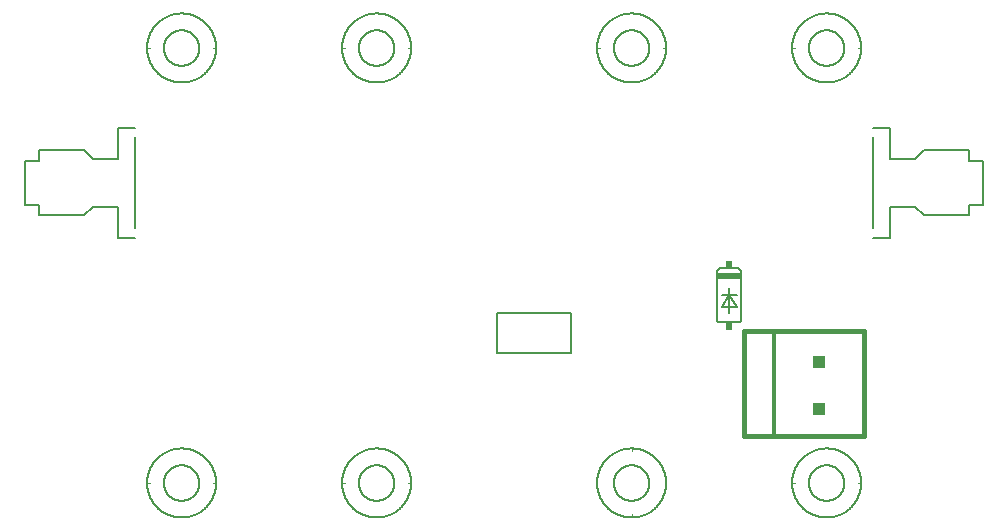
<source format=gto>
G75*
%MOIN*%
%OFA0B0*%
%FSLAX25Y25*%
%IPPOS*%
%LPD*%
%AMOC8*
5,1,8,0,0,1.08239X$1,22.5*
%
%ADD10C,0.00600*%
%ADD11R,0.08000X0.02000*%
%ADD12R,0.02000X0.02500*%
%ADD13C,0.01600*%
%ADD14C,0.01200*%
%ADD15R,0.04000X0.04000*%
%ADD16C,0.00800*%
%ADD17C,0.00200*%
D10*
X0042006Y0056433D02*
X0042009Y0056715D01*
X0042020Y0056997D01*
X0042037Y0057279D01*
X0042061Y0057560D01*
X0042092Y0057841D01*
X0042130Y0058120D01*
X0042175Y0058399D01*
X0042227Y0058677D01*
X0042285Y0058953D01*
X0042351Y0059227D01*
X0042423Y0059500D01*
X0042501Y0059771D01*
X0042586Y0060040D01*
X0042678Y0060307D01*
X0042777Y0060572D01*
X0042881Y0060834D01*
X0042993Y0061093D01*
X0043110Y0061350D01*
X0043234Y0061604D01*
X0043364Y0061854D01*
X0043500Y0062101D01*
X0043642Y0062345D01*
X0043790Y0062585D01*
X0043944Y0062822D01*
X0044104Y0063055D01*
X0044269Y0063284D01*
X0044440Y0063508D01*
X0044616Y0063729D01*
X0044798Y0063944D01*
X0044985Y0064156D01*
X0045177Y0064363D01*
X0045374Y0064565D01*
X0045576Y0064762D01*
X0045783Y0064954D01*
X0045995Y0065141D01*
X0046210Y0065323D01*
X0046431Y0065499D01*
X0046655Y0065670D01*
X0046884Y0065835D01*
X0047117Y0065995D01*
X0047354Y0066149D01*
X0047594Y0066297D01*
X0047838Y0066439D01*
X0048085Y0066575D01*
X0048335Y0066705D01*
X0048589Y0066829D01*
X0048846Y0066946D01*
X0049105Y0067058D01*
X0049367Y0067162D01*
X0049632Y0067261D01*
X0049899Y0067353D01*
X0050168Y0067438D01*
X0050439Y0067516D01*
X0050712Y0067588D01*
X0050986Y0067654D01*
X0051262Y0067712D01*
X0051540Y0067764D01*
X0051819Y0067809D01*
X0052098Y0067847D01*
X0052379Y0067878D01*
X0052660Y0067902D01*
X0052942Y0067919D01*
X0053224Y0067930D01*
X0053506Y0067933D01*
X0053788Y0067930D01*
X0054070Y0067919D01*
X0054352Y0067902D01*
X0054633Y0067878D01*
X0054914Y0067847D01*
X0055193Y0067809D01*
X0055472Y0067764D01*
X0055750Y0067712D01*
X0056026Y0067654D01*
X0056300Y0067588D01*
X0056573Y0067516D01*
X0056844Y0067438D01*
X0057113Y0067353D01*
X0057380Y0067261D01*
X0057645Y0067162D01*
X0057907Y0067058D01*
X0058166Y0066946D01*
X0058423Y0066829D01*
X0058677Y0066705D01*
X0058927Y0066575D01*
X0059174Y0066439D01*
X0059418Y0066297D01*
X0059658Y0066149D01*
X0059895Y0065995D01*
X0060128Y0065835D01*
X0060357Y0065670D01*
X0060581Y0065499D01*
X0060802Y0065323D01*
X0061017Y0065141D01*
X0061229Y0064954D01*
X0061436Y0064762D01*
X0061638Y0064565D01*
X0061835Y0064363D01*
X0062027Y0064156D01*
X0062214Y0063944D01*
X0062396Y0063729D01*
X0062572Y0063508D01*
X0062743Y0063284D01*
X0062908Y0063055D01*
X0063068Y0062822D01*
X0063222Y0062585D01*
X0063370Y0062345D01*
X0063512Y0062101D01*
X0063648Y0061854D01*
X0063778Y0061604D01*
X0063902Y0061350D01*
X0064019Y0061093D01*
X0064131Y0060834D01*
X0064235Y0060572D01*
X0064334Y0060307D01*
X0064426Y0060040D01*
X0064511Y0059771D01*
X0064589Y0059500D01*
X0064661Y0059227D01*
X0064727Y0058953D01*
X0064785Y0058677D01*
X0064837Y0058399D01*
X0064882Y0058120D01*
X0064920Y0057841D01*
X0064951Y0057560D01*
X0064975Y0057279D01*
X0064992Y0056997D01*
X0065003Y0056715D01*
X0065006Y0056433D01*
X0065003Y0056151D01*
X0064992Y0055869D01*
X0064975Y0055587D01*
X0064951Y0055306D01*
X0064920Y0055025D01*
X0064882Y0054746D01*
X0064837Y0054467D01*
X0064785Y0054189D01*
X0064727Y0053913D01*
X0064661Y0053639D01*
X0064589Y0053366D01*
X0064511Y0053095D01*
X0064426Y0052826D01*
X0064334Y0052559D01*
X0064235Y0052294D01*
X0064131Y0052032D01*
X0064019Y0051773D01*
X0063902Y0051516D01*
X0063778Y0051262D01*
X0063648Y0051012D01*
X0063512Y0050765D01*
X0063370Y0050521D01*
X0063222Y0050281D01*
X0063068Y0050044D01*
X0062908Y0049811D01*
X0062743Y0049582D01*
X0062572Y0049358D01*
X0062396Y0049137D01*
X0062214Y0048922D01*
X0062027Y0048710D01*
X0061835Y0048503D01*
X0061638Y0048301D01*
X0061436Y0048104D01*
X0061229Y0047912D01*
X0061017Y0047725D01*
X0060802Y0047543D01*
X0060581Y0047367D01*
X0060357Y0047196D01*
X0060128Y0047031D01*
X0059895Y0046871D01*
X0059658Y0046717D01*
X0059418Y0046569D01*
X0059174Y0046427D01*
X0058927Y0046291D01*
X0058677Y0046161D01*
X0058423Y0046037D01*
X0058166Y0045920D01*
X0057907Y0045808D01*
X0057645Y0045704D01*
X0057380Y0045605D01*
X0057113Y0045513D01*
X0056844Y0045428D01*
X0056573Y0045350D01*
X0056300Y0045278D01*
X0056026Y0045212D01*
X0055750Y0045154D01*
X0055472Y0045102D01*
X0055193Y0045057D01*
X0054914Y0045019D01*
X0054633Y0044988D01*
X0054352Y0044964D01*
X0054070Y0044947D01*
X0053788Y0044936D01*
X0053506Y0044933D01*
X0053224Y0044936D01*
X0052942Y0044947D01*
X0052660Y0044964D01*
X0052379Y0044988D01*
X0052098Y0045019D01*
X0051819Y0045057D01*
X0051540Y0045102D01*
X0051262Y0045154D01*
X0050986Y0045212D01*
X0050712Y0045278D01*
X0050439Y0045350D01*
X0050168Y0045428D01*
X0049899Y0045513D01*
X0049632Y0045605D01*
X0049367Y0045704D01*
X0049105Y0045808D01*
X0048846Y0045920D01*
X0048589Y0046037D01*
X0048335Y0046161D01*
X0048085Y0046291D01*
X0047838Y0046427D01*
X0047594Y0046569D01*
X0047354Y0046717D01*
X0047117Y0046871D01*
X0046884Y0047031D01*
X0046655Y0047196D01*
X0046431Y0047367D01*
X0046210Y0047543D01*
X0045995Y0047725D01*
X0045783Y0047912D01*
X0045576Y0048104D01*
X0045374Y0048301D01*
X0045177Y0048503D01*
X0044985Y0048710D01*
X0044798Y0048922D01*
X0044616Y0049137D01*
X0044440Y0049358D01*
X0044269Y0049582D01*
X0044104Y0049811D01*
X0043944Y0050044D01*
X0043790Y0050281D01*
X0043642Y0050521D01*
X0043500Y0050765D01*
X0043364Y0051012D01*
X0043234Y0051262D01*
X0043110Y0051516D01*
X0042993Y0051773D01*
X0042881Y0052032D01*
X0042777Y0052294D01*
X0042678Y0052559D01*
X0042586Y0052826D01*
X0042501Y0053095D01*
X0042423Y0053366D01*
X0042351Y0053639D01*
X0042285Y0053913D01*
X0042227Y0054189D01*
X0042175Y0054467D01*
X0042130Y0054746D01*
X0042092Y0055025D01*
X0042061Y0055306D01*
X0042037Y0055587D01*
X0042020Y0055869D01*
X0042009Y0056151D01*
X0042006Y0056433D01*
X0107006Y0056433D02*
X0107009Y0056715D01*
X0107020Y0056997D01*
X0107037Y0057279D01*
X0107061Y0057560D01*
X0107092Y0057841D01*
X0107130Y0058120D01*
X0107175Y0058399D01*
X0107227Y0058677D01*
X0107285Y0058953D01*
X0107351Y0059227D01*
X0107423Y0059500D01*
X0107501Y0059771D01*
X0107586Y0060040D01*
X0107678Y0060307D01*
X0107777Y0060572D01*
X0107881Y0060834D01*
X0107993Y0061093D01*
X0108110Y0061350D01*
X0108234Y0061604D01*
X0108364Y0061854D01*
X0108500Y0062101D01*
X0108642Y0062345D01*
X0108790Y0062585D01*
X0108944Y0062822D01*
X0109104Y0063055D01*
X0109269Y0063284D01*
X0109440Y0063508D01*
X0109616Y0063729D01*
X0109798Y0063944D01*
X0109985Y0064156D01*
X0110177Y0064363D01*
X0110374Y0064565D01*
X0110576Y0064762D01*
X0110783Y0064954D01*
X0110995Y0065141D01*
X0111210Y0065323D01*
X0111431Y0065499D01*
X0111655Y0065670D01*
X0111884Y0065835D01*
X0112117Y0065995D01*
X0112354Y0066149D01*
X0112594Y0066297D01*
X0112838Y0066439D01*
X0113085Y0066575D01*
X0113335Y0066705D01*
X0113589Y0066829D01*
X0113846Y0066946D01*
X0114105Y0067058D01*
X0114367Y0067162D01*
X0114632Y0067261D01*
X0114899Y0067353D01*
X0115168Y0067438D01*
X0115439Y0067516D01*
X0115712Y0067588D01*
X0115986Y0067654D01*
X0116262Y0067712D01*
X0116540Y0067764D01*
X0116819Y0067809D01*
X0117098Y0067847D01*
X0117379Y0067878D01*
X0117660Y0067902D01*
X0117942Y0067919D01*
X0118224Y0067930D01*
X0118506Y0067933D01*
X0118788Y0067930D01*
X0119070Y0067919D01*
X0119352Y0067902D01*
X0119633Y0067878D01*
X0119914Y0067847D01*
X0120193Y0067809D01*
X0120472Y0067764D01*
X0120750Y0067712D01*
X0121026Y0067654D01*
X0121300Y0067588D01*
X0121573Y0067516D01*
X0121844Y0067438D01*
X0122113Y0067353D01*
X0122380Y0067261D01*
X0122645Y0067162D01*
X0122907Y0067058D01*
X0123166Y0066946D01*
X0123423Y0066829D01*
X0123677Y0066705D01*
X0123927Y0066575D01*
X0124174Y0066439D01*
X0124418Y0066297D01*
X0124658Y0066149D01*
X0124895Y0065995D01*
X0125128Y0065835D01*
X0125357Y0065670D01*
X0125581Y0065499D01*
X0125802Y0065323D01*
X0126017Y0065141D01*
X0126229Y0064954D01*
X0126436Y0064762D01*
X0126638Y0064565D01*
X0126835Y0064363D01*
X0127027Y0064156D01*
X0127214Y0063944D01*
X0127396Y0063729D01*
X0127572Y0063508D01*
X0127743Y0063284D01*
X0127908Y0063055D01*
X0128068Y0062822D01*
X0128222Y0062585D01*
X0128370Y0062345D01*
X0128512Y0062101D01*
X0128648Y0061854D01*
X0128778Y0061604D01*
X0128902Y0061350D01*
X0129019Y0061093D01*
X0129131Y0060834D01*
X0129235Y0060572D01*
X0129334Y0060307D01*
X0129426Y0060040D01*
X0129511Y0059771D01*
X0129589Y0059500D01*
X0129661Y0059227D01*
X0129727Y0058953D01*
X0129785Y0058677D01*
X0129837Y0058399D01*
X0129882Y0058120D01*
X0129920Y0057841D01*
X0129951Y0057560D01*
X0129975Y0057279D01*
X0129992Y0056997D01*
X0130003Y0056715D01*
X0130006Y0056433D01*
X0130003Y0056151D01*
X0129992Y0055869D01*
X0129975Y0055587D01*
X0129951Y0055306D01*
X0129920Y0055025D01*
X0129882Y0054746D01*
X0129837Y0054467D01*
X0129785Y0054189D01*
X0129727Y0053913D01*
X0129661Y0053639D01*
X0129589Y0053366D01*
X0129511Y0053095D01*
X0129426Y0052826D01*
X0129334Y0052559D01*
X0129235Y0052294D01*
X0129131Y0052032D01*
X0129019Y0051773D01*
X0128902Y0051516D01*
X0128778Y0051262D01*
X0128648Y0051012D01*
X0128512Y0050765D01*
X0128370Y0050521D01*
X0128222Y0050281D01*
X0128068Y0050044D01*
X0127908Y0049811D01*
X0127743Y0049582D01*
X0127572Y0049358D01*
X0127396Y0049137D01*
X0127214Y0048922D01*
X0127027Y0048710D01*
X0126835Y0048503D01*
X0126638Y0048301D01*
X0126436Y0048104D01*
X0126229Y0047912D01*
X0126017Y0047725D01*
X0125802Y0047543D01*
X0125581Y0047367D01*
X0125357Y0047196D01*
X0125128Y0047031D01*
X0124895Y0046871D01*
X0124658Y0046717D01*
X0124418Y0046569D01*
X0124174Y0046427D01*
X0123927Y0046291D01*
X0123677Y0046161D01*
X0123423Y0046037D01*
X0123166Y0045920D01*
X0122907Y0045808D01*
X0122645Y0045704D01*
X0122380Y0045605D01*
X0122113Y0045513D01*
X0121844Y0045428D01*
X0121573Y0045350D01*
X0121300Y0045278D01*
X0121026Y0045212D01*
X0120750Y0045154D01*
X0120472Y0045102D01*
X0120193Y0045057D01*
X0119914Y0045019D01*
X0119633Y0044988D01*
X0119352Y0044964D01*
X0119070Y0044947D01*
X0118788Y0044936D01*
X0118506Y0044933D01*
X0118224Y0044936D01*
X0117942Y0044947D01*
X0117660Y0044964D01*
X0117379Y0044988D01*
X0117098Y0045019D01*
X0116819Y0045057D01*
X0116540Y0045102D01*
X0116262Y0045154D01*
X0115986Y0045212D01*
X0115712Y0045278D01*
X0115439Y0045350D01*
X0115168Y0045428D01*
X0114899Y0045513D01*
X0114632Y0045605D01*
X0114367Y0045704D01*
X0114105Y0045808D01*
X0113846Y0045920D01*
X0113589Y0046037D01*
X0113335Y0046161D01*
X0113085Y0046291D01*
X0112838Y0046427D01*
X0112594Y0046569D01*
X0112354Y0046717D01*
X0112117Y0046871D01*
X0111884Y0047031D01*
X0111655Y0047196D01*
X0111431Y0047367D01*
X0111210Y0047543D01*
X0110995Y0047725D01*
X0110783Y0047912D01*
X0110576Y0048104D01*
X0110374Y0048301D01*
X0110177Y0048503D01*
X0109985Y0048710D01*
X0109798Y0048922D01*
X0109616Y0049137D01*
X0109440Y0049358D01*
X0109269Y0049582D01*
X0109104Y0049811D01*
X0108944Y0050044D01*
X0108790Y0050281D01*
X0108642Y0050521D01*
X0108500Y0050765D01*
X0108364Y0051012D01*
X0108234Y0051262D01*
X0108110Y0051516D01*
X0107993Y0051773D01*
X0107881Y0052032D01*
X0107777Y0052294D01*
X0107678Y0052559D01*
X0107586Y0052826D01*
X0107501Y0053095D01*
X0107423Y0053366D01*
X0107351Y0053639D01*
X0107285Y0053913D01*
X0107227Y0054189D01*
X0107175Y0054467D01*
X0107130Y0054746D01*
X0107092Y0055025D01*
X0107061Y0055306D01*
X0107037Y0055587D01*
X0107020Y0055869D01*
X0107009Y0056151D01*
X0107006Y0056433D01*
X0158707Y0099626D02*
X0183306Y0099626D01*
X0183306Y0113248D01*
X0158707Y0113248D01*
X0158707Y0099626D01*
X0192006Y0056433D02*
X0192009Y0056715D01*
X0192020Y0056997D01*
X0192037Y0057279D01*
X0192061Y0057560D01*
X0192092Y0057841D01*
X0192130Y0058120D01*
X0192175Y0058399D01*
X0192227Y0058677D01*
X0192285Y0058953D01*
X0192351Y0059227D01*
X0192423Y0059500D01*
X0192501Y0059771D01*
X0192586Y0060040D01*
X0192678Y0060307D01*
X0192777Y0060572D01*
X0192881Y0060834D01*
X0192993Y0061093D01*
X0193110Y0061350D01*
X0193234Y0061604D01*
X0193364Y0061854D01*
X0193500Y0062101D01*
X0193642Y0062345D01*
X0193790Y0062585D01*
X0193944Y0062822D01*
X0194104Y0063055D01*
X0194269Y0063284D01*
X0194440Y0063508D01*
X0194616Y0063729D01*
X0194798Y0063944D01*
X0194985Y0064156D01*
X0195177Y0064363D01*
X0195374Y0064565D01*
X0195576Y0064762D01*
X0195783Y0064954D01*
X0195995Y0065141D01*
X0196210Y0065323D01*
X0196431Y0065499D01*
X0196655Y0065670D01*
X0196884Y0065835D01*
X0197117Y0065995D01*
X0197354Y0066149D01*
X0197594Y0066297D01*
X0197838Y0066439D01*
X0198085Y0066575D01*
X0198335Y0066705D01*
X0198589Y0066829D01*
X0198846Y0066946D01*
X0199105Y0067058D01*
X0199367Y0067162D01*
X0199632Y0067261D01*
X0199899Y0067353D01*
X0200168Y0067438D01*
X0200439Y0067516D01*
X0200712Y0067588D01*
X0200986Y0067654D01*
X0201262Y0067712D01*
X0201540Y0067764D01*
X0201819Y0067809D01*
X0202098Y0067847D01*
X0202379Y0067878D01*
X0202660Y0067902D01*
X0202942Y0067919D01*
X0203224Y0067930D01*
X0203506Y0067933D01*
X0203788Y0067930D01*
X0204070Y0067919D01*
X0204352Y0067902D01*
X0204633Y0067878D01*
X0204914Y0067847D01*
X0205193Y0067809D01*
X0205472Y0067764D01*
X0205750Y0067712D01*
X0206026Y0067654D01*
X0206300Y0067588D01*
X0206573Y0067516D01*
X0206844Y0067438D01*
X0207113Y0067353D01*
X0207380Y0067261D01*
X0207645Y0067162D01*
X0207907Y0067058D01*
X0208166Y0066946D01*
X0208423Y0066829D01*
X0208677Y0066705D01*
X0208927Y0066575D01*
X0209174Y0066439D01*
X0209418Y0066297D01*
X0209658Y0066149D01*
X0209895Y0065995D01*
X0210128Y0065835D01*
X0210357Y0065670D01*
X0210581Y0065499D01*
X0210802Y0065323D01*
X0211017Y0065141D01*
X0211229Y0064954D01*
X0211436Y0064762D01*
X0211638Y0064565D01*
X0211835Y0064363D01*
X0212027Y0064156D01*
X0212214Y0063944D01*
X0212396Y0063729D01*
X0212572Y0063508D01*
X0212743Y0063284D01*
X0212908Y0063055D01*
X0213068Y0062822D01*
X0213222Y0062585D01*
X0213370Y0062345D01*
X0213512Y0062101D01*
X0213648Y0061854D01*
X0213778Y0061604D01*
X0213902Y0061350D01*
X0214019Y0061093D01*
X0214131Y0060834D01*
X0214235Y0060572D01*
X0214334Y0060307D01*
X0214426Y0060040D01*
X0214511Y0059771D01*
X0214589Y0059500D01*
X0214661Y0059227D01*
X0214727Y0058953D01*
X0214785Y0058677D01*
X0214837Y0058399D01*
X0214882Y0058120D01*
X0214920Y0057841D01*
X0214951Y0057560D01*
X0214975Y0057279D01*
X0214992Y0056997D01*
X0215003Y0056715D01*
X0215006Y0056433D01*
X0215003Y0056151D01*
X0214992Y0055869D01*
X0214975Y0055587D01*
X0214951Y0055306D01*
X0214920Y0055025D01*
X0214882Y0054746D01*
X0214837Y0054467D01*
X0214785Y0054189D01*
X0214727Y0053913D01*
X0214661Y0053639D01*
X0214589Y0053366D01*
X0214511Y0053095D01*
X0214426Y0052826D01*
X0214334Y0052559D01*
X0214235Y0052294D01*
X0214131Y0052032D01*
X0214019Y0051773D01*
X0213902Y0051516D01*
X0213778Y0051262D01*
X0213648Y0051012D01*
X0213512Y0050765D01*
X0213370Y0050521D01*
X0213222Y0050281D01*
X0213068Y0050044D01*
X0212908Y0049811D01*
X0212743Y0049582D01*
X0212572Y0049358D01*
X0212396Y0049137D01*
X0212214Y0048922D01*
X0212027Y0048710D01*
X0211835Y0048503D01*
X0211638Y0048301D01*
X0211436Y0048104D01*
X0211229Y0047912D01*
X0211017Y0047725D01*
X0210802Y0047543D01*
X0210581Y0047367D01*
X0210357Y0047196D01*
X0210128Y0047031D01*
X0209895Y0046871D01*
X0209658Y0046717D01*
X0209418Y0046569D01*
X0209174Y0046427D01*
X0208927Y0046291D01*
X0208677Y0046161D01*
X0208423Y0046037D01*
X0208166Y0045920D01*
X0207907Y0045808D01*
X0207645Y0045704D01*
X0207380Y0045605D01*
X0207113Y0045513D01*
X0206844Y0045428D01*
X0206573Y0045350D01*
X0206300Y0045278D01*
X0206026Y0045212D01*
X0205750Y0045154D01*
X0205472Y0045102D01*
X0205193Y0045057D01*
X0204914Y0045019D01*
X0204633Y0044988D01*
X0204352Y0044964D01*
X0204070Y0044947D01*
X0203788Y0044936D01*
X0203506Y0044933D01*
X0203224Y0044936D01*
X0202942Y0044947D01*
X0202660Y0044964D01*
X0202379Y0044988D01*
X0202098Y0045019D01*
X0201819Y0045057D01*
X0201540Y0045102D01*
X0201262Y0045154D01*
X0200986Y0045212D01*
X0200712Y0045278D01*
X0200439Y0045350D01*
X0200168Y0045428D01*
X0199899Y0045513D01*
X0199632Y0045605D01*
X0199367Y0045704D01*
X0199105Y0045808D01*
X0198846Y0045920D01*
X0198589Y0046037D01*
X0198335Y0046161D01*
X0198085Y0046291D01*
X0197838Y0046427D01*
X0197594Y0046569D01*
X0197354Y0046717D01*
X0197117Y0046871D01*
X0196884Y0047031D01*
X0196655Y0047196D01*
X0196431Y0047367D01*
X0196210Y0047543D01*
X0195995Y0047725D01*
X0195783Y0047912D01*
X0195576Y0048104D01*
X0195374Y0048301D01*
X0195177Y0048503D01*
X0194985Y0048710D01*
X0194798Y0048922D01*
X0194616Y0049137D01*
X0194440Y0049358D01*
X0194269Y0049582D01*
X0194104Y0049811D01*
X0193944Y0050044D01*
X0193790Y0050281D01*
X0193642Y0050521D01*
X0193500Y0050765D01*
X0193364Y0051012D01*
X0193234Y0051262D01*
X0193110Y0051516D01*
X0192993Y0051773D01*
X0192881Y0052032D01*
X0192777Y0052294D01*
X0192678Y0052559D01*
X0192586Y0052826D01*
X0192501Y0053095D01*
X0192423Y0053366D01*
X0192351Y0053639D01*
X0192285Y0053913D01*
X0192227Y0054189D01*
X0192175Y0054467D01*
X0192130Y0054746D01*
X0192092Y0055025D01*
X0192061Y0055306D01*
X0192037Y0055587D01*
X0192020Y0055869D01*
X0192009Y0056151D01*
X0192006Y0056433D01*
X0257006Y0056433D02*
X0257009Y0056715D01*
X0257020Y0056997D01*
X0257037Y0057279D01*
X0257061Y0057560D01*
X0257092Y0057841D01*
X0257130Y0058120D01*
X0257175Y0058399D01*
X0257227Y0058677D01*
X0257285Y0058953D01*
X0257351Y0059227D01*
X0257423Y0059500D01*
X0257501Y0059771D01*
X0257586Y0060040D01*
X0257678Y0060307D01*
X0257777Y0060572D01*
X0257881Y0060834D01*
X0257993Y0061093D01*
X0258110Y0061350D01*
X0258234Y0061604D01*
X0258364Y0061854D01*
X0258500Y0062101D01*
X0258642Y0062345D01*
X0258790Y0062585D01*
X0258944Y0062822D01*
X0259104Y0063055D01*
X0259269Y0063284D01*
X0259440Y0063508D01*
X0259616Y0063729D01*
X0259798Y0063944D01*
X0259985Y0064156D01*
X0260177Y0064363D01*
X0260374Y0064565D01*
X0260576Y0064762D01*
X0260783Y0064954D01*
X0260995Y0065141D01*
X0261210Y0065323D01*
X0261431Y0065499D01*
X0261655Y0065670D01*
X0261884Y0065835D01*
X0262117Y0065995D01*
X0262354Y0066149D01*
X0262594Y0066297D01*
X0262838Y0066439D01*
X0263085Y0066575D01*
X0263335Y0066705D01*
X0263589Y0066829D01*
X0263846Y0066946D01*
X0264105Y0067058D01*
X0264367Y0067162D01*
X0264632Y0067261D01*
X0264899Y0067353D01*
X0265168Y0067438D01*
X0265439Y0067516D01*
X0265712Y0067588D01*
X0265986Y0067654D01*
X0266262Y0067712D01*
X0266540Y0067764D01*
X0266819Y0067809D01*
X0267098Y0067847D01*
X0267379Y0067878D01*
X0267660Y0067902D01*
X0267942Y0067919D01*
X0268224Y0067930D01*
X0268506Y0067933D01*
X0268788Y0067930D01*
X0269070Y0067919D01*
X0269352Y0067902D01*
X0269633Y0067878D01*
X0269914Y0067847D01*
X0270193Y0067809D01*
X0270472Y0067764D01*
X0270750Y0067712D01*
X0271026Y0067654D01*
X0271300Y0067588D01*
X0271573Y0067516D01*
X0271844Y0067438D01*
X0272113Y0067353D01*
X0272380Y0067261D01*
X0272645Y0067162D01*
X0272907Y0067058D01*
X0273166Y0066946D01*
X0273423Y0066829D01*
X0273677Y0066705D01*
X0273927Y0066575D01*
X0274174Y0066439D01*
X0274418Y0066297D01*
X0274658Y0066149D01*
X0274895Y0065995D01*
X0275128Y0065835D01*
X0275357Y0065670D01*
X0275581Y0065499D01*
X0275802Y0065323D01*
X0276017Y0065141D01*
X0276229Y0064954D01*
X0276436Y0064762D01*
X0276638Y0064565D01*
X0276835Y0064363D01*
X0277027Y0064156D01*
X0277214Y0063944D01*
X0277396Y0063729D01*
X0277572Y0063508D01*
X0277743Y0063284D01*
X0277908Y0063055D01*
X0278068Y0062822D01*
X0278222Y0062585D01*
X0278370Y0062345D01*
X0278512Y0062101D01*
X0278648Y0061854D01*
X0278778Y0061604D01*
X0278902Y0061350D01*
X0279019Y0061093D01*
X0279131Y0060834D01*
X0279235Y0060572D01*
X0279334Y0060307D01*
X0279426Y0060040D01*
X0279511Y0059771D01*
X0279589Y0059500D01*
X0279661Y0059227D01*
X0279727Y0058953D01*
X0279785Y0058677D01*
X0279837Y0058399D01*
X0279882Y0058120D01*
X0279920Y0057841D01*
X0279951Y0057560D01*
X0279975Y0057279D01*
X0279992Y0056997D01*
X0280003Y0056715D01*
X0280006Y0056433D01*
X0280003Y0056151D01*
X0279992Y0055869D01*
X0279975Y0055587D01*
X0279951Y0055306D01*
X0279920Y0055025D01*
X0279882Y0054746D01*
X0279837Y0054467D01*
X0279785Y0054189D01*
X0279727Y0053913D01*
X0279661Y0053639D01*
X0279589Y0053366D01*
X0279511Y0053095D01*
X0279426Y0052826D01*
X0279334Y0052559D01*
X0279235Y0052294D01*
X0279131Y0052032D01*
X0279019Y0051773D01*
X0278902Y0051516D01*
X0278778Y0051262D01*
X0278648Y0051012D01*
X0278512Y0050765D01*
X0278370Y0050521D01*
X0278222Y0050281D01*
X0278068Y0050044D01*
X0277908Y0049811D01*
X0277743Y0049582D01*
X0277572Y0049358D01*
X0277396Y0049137D01*
X0277214Y0048922D01*
X0277027Y0048710D01*
X0276835Y0048503D01*
X0276638Y0048301D01*
X0276436Y0048104D01*
X0276229Y0047912D01*
X0276017Y0047725D01*
X0275802Y0047543D01*
X0275581Y0047367D01*
X0275357Y0047196D01*
X0275128Y0047031D01*
X0274895Y0046871D01*
X0274658Y0046717D01*
X0274418Y0046569D01*
X0274174Y0046427D01*
X0273927Y0046291D01*
X0273677Y0046161D01*
X0273423Y0046037D01*
X0273166Y0045920D01*
X0272907Y0045808D01*
X0272645Y0045704D01*
X0272380Y0045605D01*
X0272113Y0045513D01*
X0271844Y0045428D01*
X0271573Y0045350D01*
X0271300Y0045278D01*
X0271026Y0045212D01*
X0270750Y0045154D01*
X0270472Y0045102D01*
X0270193Y0045057D01*
X0269914Y0045019D01*
X0269633Y0044988D01*
X0269352Y0044964D01*
X0269070Y0044947D01*
X0268788Y0044936D01*
X0268506Y0044933D01*
X0268224Y0044936D01*
X0267942Y0044947D01*
X0267660Y0044964D01*
X0267379Y0044988D01*
X0267098Y0045019D01*
X0266819Y0045057D01*
X0266540Y0045102D01*
X0266262Y0045154D01*
X0265986Y0045212D01*
X0265712Y0045278D01*
X0265439Y0045350D01*
X0265168Y0045428D01*
X0264899Y0045513D01*
X0264632Y0045605D01*
X0264367Y0045704D01*
X0264105Y0045808D01*
X0263846Y0045920D01*
X0263589Y0046037D01*
X0263335Y0046161D01*
X0263085Y0046291D01*
X0262838Y0046427D01*
X0262594Y0046569D01*
X0262354Y0046717D01*
X0262117Y0046871D01*
X0261884Y0047031D01*
X0261655Y0047196D01*
X0261431Y0047367D01*
X0261210Y0047543D01*
X0260995Y0047725D01*
X0260783Y0047912D01*
X0260576Y0048104D01*
X0260374Y0048301D01*
X0260177Y0048503D01*
X0259985Y0048710D01*
X0259798Y0048922D01*
X0259616Y0049137D01*
X0259440Y0049358D01*
X0259269Y0049582D01*
X0259104Y0049811D01*
X0258944Y0050044D01*
X0258790Y0050281D01*
X0258642Y0050521D01*
X0258500Y0050765D01*
X0258364Y0051012D01*
X0258234Y0051262D01*
X0258110Y0051516D01*
X0257993Y0051773D01*
X0257881Y0052032D01*
X0257777Y0052294D01*
X0257678Y0052559D01*
X0257586Y0052826D01*
X0257501Y0053095D01*
X0257423Y0053366D01*
X0257351Y0053639D01*
X0257285Y0053913D01*
X0257227Y0054189D01*
X0257175Y0054467D01*
X0257130Y0054746D01*
X0257092Y0055025D01*
X0257061Y0055306D01*
X0257037Y0055587D01*
X0257020Y0055869D01*
X0257009Y0056151D01*
X0257006Y0056433D01*
X0239006Y0109933D02*
X0233006Y0109933D01*
X0232946Y0109935D01*
X0232885Y0109940D01*
X0232826Y0109949D01*
X0232767Y0109962D01*
X0232708Y0109978D01*
X0232651Y0109998D01*
X0232596Y0110021D01*
X0232541Y0110048D01*
X0232489Y0110077D01*
X0232438Y0110110D01*
X0232389Y0110146D01*
X0232343Y0110184D01*
X0232299Y0110226D01*
X0232257Y0110270D01*
X0232219Y0110316D01*
X0232183Y0110365D01*
X0232150Y0110416D01*
X0232121Y0110468D01*
X0232094Y0110523D01*
X0232071Y0110578D01*
X0232051Y0110635D01*
X0232035Y0110694D01*
X0232022Y0110753D01*
X0232013Y0110812D01*
X0232008Y0110873D01*
X0232006Y0110933D01*
X0232006Y0126933D01*
X0232008Y0126993D01*
X0232013Y0127054D01*
X0232022Y0127113D01*
X0232035Y0127172D01*
X0232051Y0127231D01*
X0232071Y0127288D01*
X0232094Y0127343D01*
X0232121Y0127398D01*
X0232150Y0127450D01*
X0232183Y0127501D01*
X0232219Y0127550D01*
X0232257Y0127596D01*
X0232299Y0127640D01*
X0232343Y0127682D01*
X0232389Y0127720D01*
X0232438Y0127756D01*
X0232489Y0127789D01*
X0232541Y0127818D01*
X0232596Y0127845D01*
X0232651Y0127868D01*
X0232708Y0127888D01*
X0232767Y0127904D01*
X0232826Y0127917D01*
X0232885Y0127926D01*
X0232946Y0127931D01*
X0233006Y0127933D01*
X0239006Y0127933D01*
X0239066Y0127931D01*
X0239127Y0127926D01*
X0239186Y0127917D01*
X0239245Y0127904D01*
X0239304Y0127888D01*
X0239361Y0127868D01*
X0239416Y0127845D01*
X0239471Y0127818D01*
X0239523Y0127789D01*
X0239574Y0127756D01*
X0239623Y0127720D01*
X0239669Y0127682D01*
X0239713Y0127640D01*
X0239755Y0127596D01*
X0239793Y0127550D01*
X0239829Y0127501D01*
X0239862Y0127450D01*
X0239891Y0127398D01*
X0239918Y0127343D01*
X0239941Y0127288D01*
X0239961Y0127231D01*
X0239977Y0127172D01*
X0239990Y0127113D01*
X0239999Y0127054D01*
X0240004Y0126993D01*
X0240006Y0126933D01*
X0240006Y0110933D01*
X0240004Y0110873D01*
X0239999Y0110812D01*
X0239990Y0110753D01*
X0239977Y0110694D01*
X0239961Y0110635D01*
X0239941Y0110578D01*
X0239918Y0110523D01*
X0239891Y0110468D01*
X0239862Y0110416D01*
X0239829Y0110365D01*
X0239793Y0110316D01*
X0239755Y0110270D01*
X0239713Y0110226D01*
X0239669Y0110184D01*
X0239623Y0110146D01*
X0239574Y0110110D01*
X0239523Y0110077D01*
X0239471Y0110048D01*
X0239416Y0110021D01*
X0239361Y0109998D01*
X0239304Y0109978D01*
X0239245Y0109962D01*
X0239186Y0109949D01*
X0239127Y0109940D01*
X0239066Y0109935D01*
X0239006Y0109933D01*
X0236006Y0112933D02*
X0236006Y0118933D01*
X0233506Y0118933D01*
X0236006Y0118933D02*
X0236006Y0121433D01*
X0236006Y0118933D02*
X0238506Y0118933D01*
X0236006Y0118933D02*
X0238506Y0114933D01*
X0233506Y0114933D01*
X0236006Y0118933D01*
X0192006Y0201433D02*
X0192009Y0201715D01*
X0192020Y0201997D01*
X0192037Y0202279D01*
X0192061Y0202560D01*
X0192092Y0202841D01*
X0192130Y0203120D01*
X0192175Y0203399D01*
X0192227Y0203677D01*
X0192285Y0203953D01*
X0192351Y0204227D01*
X0192423Y0204500D01*
X0192501Y0204771D01*
X0192586Y0205040D01*
X0192678Y0205307D01*
X0192777Y0205572D01*
X0192881Y0205834D01*
X0192993Y0206093D01*
X0193110Y0206350D01*
X0193234Y0206604D01*
X0193364Y0206854D01*
X0193500Y0207101D01*
X0193642Y0207345D01*
X0193790Y0207585D01*
X0193944Y0207822D01*
X0194104Y0208055D01*
X0194269Y0208284D01*
X0194440Y0208508D01*
X0194616Y0208729D01*
X0194798Y0208944D01*
X0194985Y0209156D01*
X0195177Y0209363D01*
X0195374Y0209565D01*
X0195576Y0209762D01*
X0195783Y0209954D01*
X0195995Y0210141D01*
X0196210Y0210323D01*
X0196431Y0210499D01*
X0196655Y0210670D01*
X0196884Y0210835D01*
X0197117Y0210995D01*
X0197354Y0211149D01*
X0197594Y0211297D01*
X0197838Y0211439D01*
X0198085Y0211575D01*
X0198335Y0211705D01*
X0198589Y0211829D01*
X0198846Y0211946D01*
X0199105Y0212058D01*
X0199367Y0212162D01*
X0199632Y0212261D01*
X0199899Y0212353D01*
X0200168Y0212438D01*
X0200439Y0212516D01*
X0200712Y0212588D01*
X0200986Y0212654D01*
X0201262Y0212712D01*
X0201540Y0212764D01*
X0201819Y0212809D01*
X0202098Y0212847D01*
X0202379Y0212878D01*
X0202660Y0212902D01*
X0202942Y0212919D01*
X0203224Y0212930D01*
X0203506Y0212933D01*
X0203788Y0212930D01*
X0204070Y0212919D01*
X0204352Y0212902D01*
X0204633Y0212878D01*
X0204914Y0212847D01*
X0205193Y0212809D01*
X0205472Y0212764D01*
X0205750Y0212712D01*
X0206026Y0212654D01*
X0206300Y0212588D01*
X0206573Y0212516D01*
X0206844Y0212438D01*
X0207113Y0212353D01*
X0207380Y0212261D01*
X0207645Y0212162D01*
X0207907Y0212058D01*
X0208166Y0211946D01*
X0208423Y0211829D01*
X0208677Y0211705D01*
X0208927Y0211575D01*
X0209174Y0211439D01*
X0209418Y0211297D01*
X0209658Y0211149D01*
X0209895Y0210995D01*
X0210128Y0210835D01*
X0210357Y0210670D01*
X0210581Y0210499D01*
X0210802Y0210323D01*
X0211017Y0210141D01*
X0211229Y0209954D01*
X0211436Y0209762D01*
X0211638Y0209565D01*
X0211835Y0209363D01*
X0212027Y0209156D01*
X0212214Y0208944D01*
X0212396Y0208729D01*
X0212572Y0208508D01*
X0212743Y0208284D01*
X0212908Y0208055D01*
X0213068Y0207822D01*
X0213222Y0207585D01*
X0213370Y0207345D01*
X0213512Y0207101D01*
X0213648Y0206854D01*
X0213778Y0206604D01*
X0213902Y0206350D01*
X0214019Y0206093D01*
X0214131Y0205834D01*
X0214235Y0205572D01*
X0214334Y0205307D01*
X0214426Y0205040D01*
X0214511Y0204771D01*
X0214589Y0204500D01*
X0214661Y0204227D01*
X0214727Y0203953D01*
X0214785Y0203677D01*
X0214837Y0203399D01*
X0214882Y0203120D01*
X0214920Y0202841D01*
X0214951Y0202560D01*
X0214975Y0202279D01*
X0214992Y0201997D01*
X0215003Y0201715D01*
X0215006Y0201433D01*
X0215003Y0201151D01*
X0214992Y0200869D01*
X0214975Y0200587D01*
X0214951Y0200306D01*
X0214920Y0200025D01*
X0214882Y0199746D01*
X0214837Y0199467D01*
X0214785Y0199189D01*
X0214727Y0198913D01*
X0214661Y0198639D01*
X0214589Y0198366D01*
X0214511Y0198095D01*
X0214426Y0197826D01*
X0214334Y0197559D01*
X0214235Y0197294D01*
X0214131Y0197032D01*
X0214019Y0196773D01*
X0213902Y0196516D01*
X0213778Y0196262D01*
X0213648Y0196012D01*
X0213512Y0195765D01*
X0213370Y0195521D01*
X0213222Y0195281D01*
X0213068Y0195044D01*
X0212908Y0194811D01*
X0212743Y0194582D01*
X0212572Y0194358D01*
X0212396Y0194137D01*
X0212214Y0193922D01*
X0212027Y0193710D01*
X0211835Y0193503D01*
X0211638Y0193301D01*
X0211436Y0193104D01*
X0211229Y0192912D01*
X0211017Y0192725D01*
X0210802Y0192543D01*
X0210581Y0192367D01*
X0210357Y0192196D01*
X0210128Y0192031D01*
X0209895Y0191871D01*
X0209658Y0191717D01*
X0209418Y0191569D01*
X0209174Y0191427D01*
X0208927Y0191291D01*
X0208677Y0191161D01*
X0208423Y0191037D01*
X0208166Y0190920D01*
X0207907Y0190808D01*
X0207645Y0190704D01*
X0207380Y0190605D01*
X0207113Y0190513D01*
X0206844Y0190428D01*
X0206573Y0190350D01*
X0206300Y0190278D01*
X0206026Y0190212D01*
X0205750Y0190154D01*
X0205472Y0190102D01*
X0205193Y0190057D01*
X0204914Y0190019D01*
X0204633Y0189988D01*
X0204352Y0189964D01*
X0204070Y0189947D01*
X0203788Y0189936D01*
X0203506Y0189933D01*
X0203224Y0189936D01*
X0202942Y0189947D01*
X0202660Y0189964D01*
X0202379Y0189988D01*
X0202098Y0190019D01*
X0201819Y0190057D01*
X0201540Y0190102D01*
X0201262Y0190154D01*
X0200986Y0190212D01*
X0200712Y0190278D01*
X0200439Y0190350D01*
X0200168Y0190428D01*
X0199899Y0190513D01*
X0199632Y0190605D01*
X0199367Y0190704D01*
X0199105Y0190808D01*
X0198846Y0190920D01*
X0198589Y0191037D01*
X0198335Y0191161D01*
X0198085Y0191291D01*
X0197838Y0191427D01*
X0197594Y0191569D01*
X0197354Y0191717D01*
X0197117Y0191871D01*
X0196884Y0192031D01*
X0196655Y0192196D01*
X0196431Y0192367D01*
X0196210Y0192543D01*
X0195995Y0192725D01*
X0195783Y0192912D01*
X0195576Y0193104D01*
X0195374Y0193301D01*
X0195177Y0193503D01*
X0194985Y0193710D01*
X0194798Y0193922D01*
X0194616Y0194137D01*
X0194440Y0194358D01*
X0194269Y0194582D01*
X0194104Y0194811D01*
X0193944Y0195044D01*
X0193790Y0195281D01*
X0193642Y0195521D01*
X0193500Y0195765D01*
X0193364Y0196012D01*
X0193234Y0196262D01*
X0193110Y0196516D01*
X0192993Y0196773D01*
X0192881Y0197032D01*
X0192777Y0197294D01*
X0192678Y0197559D01*
X0192586Y0197826D01*
X0192501Y0198095D01*
X0192423Y0198366D01*
X0192351Y0198639D01*
X0192285Y0198913D01*
X0192227Y0199189D01*
X0192175Y0199467D01*
X0192130Y0199746D01*
X0192092Y0200025D01*
X0192061Y0200306D01*
X0192037Y0200587D01*
X0192020Y0200869D01*
X0192009Y0201151D01*
X0192006Y0201433D01*
X0107006Y0201433D02*
X0107009Y0201715D01*
X0107020Y0201997D01*
X0107037Y0202279D01*
X0107061Y0202560D01*
X0107092Y0202841D01*
X0107130Y0203120D01*
X0107175Y0203399D01*
X0107227Y0203677D01*
X0107285Y0203953D01*
X0107351Y0204227D01*
X0107423Y0204500D01*
X0107501Y0204771D01*
X0107586Y0205040D01*
X0107678Y0205307D01*
X0107777Y0205572D01*
X0107881Y0205834D01*
X0107993Y0206093D01*
X0108110Y0206350D01*
X0108234Y0206604D01*
X0108364Y0206854D01*
X0108500Y0207101D01*
X0108642Y0207345D01*
X0108790Y0207585D01*
X0108944Y0207822D01*
X0109104Y0208055D01*
X0109269Y0208284D01*
X0109440Y0208508D01*
X0109616Y0208729D01*
X0109798Y0208944D01*
X0109985Y0209156D01*
X0110177Y0209363D01*
X0110374Y0209565D01*
X0110576Y0209762D01*
X0110783Y0209954D01*
X0110995Y0210141D01*
X0111210Y0210323D01*
X0111431Y0210499D01*
X0111655Y0210670D01*
X0111884Y0210835D01*
X0112117Y0210995D01*
X0112354Y0211149D01*
X0112594Y0211297D01*
X0112838Y0211439D01*
X0113085Y0211575D01*
X0113335Y0211705D01*
X0113589Y0211829D01*
X0113846Y0211946D01*
X0114105Y0212058D01*
X0114367Y0212162D01*
X0114632Y0212261D01*
X0114899Y0212353D01*
X0115168Y0212438D01*
X0115439Y0212516D01*
X0115712Y0212588D01*
X0115986Y0212654D01*
X0116262Y0212712D01*
X0116540Y0212764D01*
X0116819Y0212809D01*
X0117098Y0212847D01*
X0117379Y0212878D01*
X0117660Y0212902D01*
X0117942Y0212919D01*
X0118224Y0212930D01*
X0118506Y0212933D01*
X0118788Y0212930D01*
X0119070Y0212919D01*
X0119352Y0212902D01*
X0119633Y0212878D01*
X0119914Y0212847D01*
X0120193Y0212809D01*
X0120472Y0212764D01*
X0120750Y0212712D01*
X0121026Y0212654D01*
X0121300Y0212588D01*
X0121573Y0212516D01*
X0121844Y0212438D01*
X0122113Y0212353D01*
X0122380Y0212261D01*
X0122645Y0212162D01*
X0122907Y0212058D01*
X0123166Y0211946D01*
X0123423Y0211829D01*
X0123677Y0211705D01*
X0123927Y0211575D01*
X0124174Y0211439D01*
X0124418Y0211297D01*
X0124658Y0211149D01*
X0124895Y0210995D01*
X0125128Y0210835D01*
X0125357Y0210670D01*
X0125581Y0210499D01*
X0125802Y0210323D01*
X0126017Y0210141D01*
X0126229Y0209954D01*
X0126436Y0209762D01*
X0126638Y0209565D01*
X0126835Y0209363D01*
X0127027Y0209156D01*
X0127214Y0208944D01*
X0127396Y0208729D01*
X0127572Y0208508D01*
X0127743Y0208284D01*
X0127908Y0208055D01*
X0128068Y0207822D01*
X0128222Y0207585D01*
X0128370Y0207345D01*
X0128512Y0207101D01*
X0128648Y0206854D01*
X0128778Y0206604D01*
X0128902Y0206350D01*
X0129019Y0206093D01*
X0129131Y0205834D01*
X0129235Y0205572D01*
X0129334Y0205307D01*
X0129426Y0205040D01*
X0129511Y0204771D01*
X0129589Y0204500D01*
X0129661Y0204227D01*
X0129727Y0203953D01*
X0129785Y0203677D01*
X0129837Y0203399D01*
X0129882Y0203120D01*
X0129920Y0202841D01*
X0129951Y0202560D01*
X0129975Y0202279D01*
X0129992Y0201997D01*
X0130003Y0201715D01*
X0130006Y0201433D01*
X0130003Y0201151D01*
X0129992Y0200869D01*
X0129975Y0200587D01*
X0129951Y0200306D01*
X0129920Y0200025D01*
X0129882Y0199746D01*
X0129837Y0199467D01*
X0129785Y0199189D01*
X0129727Y0198913D01*
X0129661Y0198639D01*
X0129589Y0198366D01*
X0129511Y0198095D01*
X0129426Y0197826D01*
X0129334Y0197559D01*
X0129235Y0197294D01*
X0129131Y0197032D01*
X0129019Y0196773D01*
X0128902Y0196516D01*
X0128778Y0196262D01*
X0128648Y0196012D01*
X0128512Y0195765D01*
X0128370Y0195521D01*
X0128222Y0195281D01*
X0128068Y0195044D01*
X0127908Y0194811D01*
X0127743Y0194582D01*
X0127572Y0194358D01*
X0127396Y0194137D01*
X0127214Y0193922D01*
X0127027Y0193710D01*
X0126835Y0193503D01*
X0126638Y0193301D01*
X0126436Y0193104D01*
X0126229Y0192912D01*
X0126017Y0192725D01*
X0125802Y0192543D01*
X0125581Y0192367D01*
X0125357Y0192196D01*
X0125128Y0192031D01*
X0124895Y0191871D01*
X0124658Y0191717D01*
X0124418Y0191569D01*
X0124174Y0191427D01*
X0123927Y0191291D01*
X0123677Y0191161D01*
X0123423Y0191037D01*
X0123166Y0190920D01*
X0122907Y0190808D01*
X0122645Y0190704D01*
X0122380Y0190605D01*
X0122113Y0190513D01*
X0121844Y0190428D01*
X0121573Y0190350D01*
X0121300Y0190278D01*
X0121026Y0190212D01*
X0120750Y0190154D01*
X0120472Y0190102D01*
X0120193Y0190057D01*
X0119914Y0190019D01*
X0119633Y0189988D01*
X0119352Y0189964D01*
X0119070Y0189947D01*
X0118788Y0189936D01*
X0118506Y0189933D01*
X0118224Y0189936D01*
X0117942Y0189947D01*
X0117660Y0189964D01*
X0117379Y0189988D01*
X0117098Y0190019D01*
X0116819Y0190057D01*
X0116540Y0190102D01*
X0116262Y0190154D01*
X0115986Y0190212D01*
X0115712Y0190278D01*
X0115439Y0190350D01*
X0115168Y0190428D01*
X0114899Y0190513D01*
X0114632Y0190605D01*
X0114367Y0190704D01*
X0114105Y0190808D01*
X0113846Y0190920D01*
X0113589Y0191037D01*
X0113335Y0191161D01*
X0113085Y0191291D01*
X0112838Y0191427D01*
X0112594Y0191569D01*
X0112354Y0191717D01*
X0112117Y0191871D01*
X0111884Y0192031D01*
X0111655Y0192196D01*
X0111431Y0192367D01*
X0111210Y0192543D01*
X0110995Y0192725D01*
X0110783Y0192912D01*
X0110576Y0193104D01*
X0110374Y0193301D01*
X0110177Y0193503D01*
X0109985Y0193710D01*
X0109798Y0193922D01*
X0109616Y0194137D01*
X0109440Y0194358D01*
X0109269Y0194582D01*
X0109104Y0194811D01*
X0108944Y0195044D01*
X0108790Y0195281D01*
X0108642Y0195521D01*
X0108500Y0195765D01*
X0108364Y0196012D01*
X0108234Y0196262D01*
X0108110Y0196516D01*
X0107993Y0196773D01*
X0107881Y0197032D01*
X0107777Y0197294D01*
X0107678Y0197559D01*
X0107586Y0197826D01*
X0107501Y0198095D01*
X0107423Y0198366D01*
X0107351Y0198639D01*
X0107285Y0198913D01*
X0107227Y0199189D01*
X0107175Y0199467D01*
X0107130Y0199746D01*
X0107092Y0200025D01*
X0107061Y0200306D01*
X0107037Y0200587D01*
X0107020Y0200869D01*
X0107009Y0201151D01*
X0107006Y0201433D01*
X0042006Y0201433D02*
X0042009Y0201715D01*
X0042020Y0201997D01*
X0042037Y0202279D01*
X0042061Y0202560D01*
X0042092Y0202841D01*
X0042130Y0203120D01*
X0042175Y0203399D01*
X0042227Y0203677D01*
X0042285Y0203953D01*
X0042351Y0204227D01*
X0042423Y0204500D01*
X0042501Y0204771D01*
X0042586Y0205040D01*
X0042678Y0205307D01*
X0042777Y0205572D01*
X0042881Y0205834D01*
X0042993Y0206093D01*
X0043110Y0206350D01*
X0043234Y0206604D01*
X0043364Y0206854D01*
X0043500Y0207101D01*
X0043642Y0207345D01*
X0043790Y0207585D01*
X0043944Y0207822D01*
X0044104Y0208055D01*
X0044269Y0208284D01*
X0044440Y0208508D01*
X0044616Y0208729D01*
X0044798Y0208944D01*
X0044985Y0209156D01*
X0045177Y0209363D01*
X0045374Y0209565D01*
X0045576Y0209762D01*
X0045783Y0209954D01*
X0045995Y0210141D01*
X0046210Y0210323D01*
X0046431Y0210499D01*
X0046655Y0210670D01*
X0046884Y0210835D01*
X0047117Y0210995D01*
X0047354Y0211149D01*
X0047594Y0211297D01*
X0047838Y0211439D01*
X0048085Y0211575D01*
X0048335Y0211705D01*
X0048589Y0211829D01*
X0048846Y0211946D01*
X0049105Y0212058D01*
X0049367Y0212162D01*
X0049632Y0212261D01*
X0049899Y0212353D01*
X0050168Y0212438D01*
X0050439Y0212516D01*
X0050712Y0212588D01*
X0050986Y0212654D01*
X0051262Y0212712D01*
X0051540Y0212764D01*
X0051819Y0212809D01*
X0052098Y0212847D01*
X0052379Y0212878D01*
X0052660Y0212902D01*
X0052942Y0212919D01*
X0053224Y0212930D01*
X0053506Y0212933D01*
X0053788Y0212930D01*
X0054070Y0212919D01*
X0054352Y0212902D01*
X0054633Y0212878D01*
X0054914Y0212847D01*
X0055193Y0212809D01*
X0055472Y0212764D01*
X0055750Y0212712D01*
X0056026Y0212654D01*
X0056300Y0212588D01*
X0056573Y0212516D01*
X0056844Y0212438D01*
X0057113Y0212353D01*
X0057380Y0212261D01*
X0057645Y0212162D01*
X0057907Y0212058D01*
X0058166Y0211946D01*
X0058423Y0211829D01*
X0058677Y0211705D01*
X0058927Y0211575D01*
X0059174Y0211439D01*
X0059418Y0211297D01*
X0059658Y0211149D01*
X0059895Y0210995D01*
X0060128Y0210835D01*
X0060357Y0210670D01*
X0060581Y0210499D01*
X0060802Y0210323D01*
X0061017Y0210141D01*
X0061229Y0209954D01*
X0061436Y0209762D01*
X0061638Y0209565D01*
X0061835Y0209363D01*
X0062027Y0209156D01*
X0062214Y0208944D01*
X0062396Y0208729D01*
X0062572Y0208508D01*
X0062743Y0208284D01*
X0062908Y0208055D01*
X0063068Y0207822D01*
X0063222Y0207585D01*
X0063370Y0207345D01*
X0063512Y0207101D01*
X0063648Y0206854D01*
X0063778Y0206604D01*
X0063902Y0206350D01*
X0064019Y0206093D01*
X0064131Y0205834D01*
X0064235Y0205572D01*
X0064334Y0205307D01*
X0064426Y0205040D01*
X0064511Y0204771D01*
X0064589Y0204500D01*
X0064661Y0204227D01*
X0064727Y0203953D01*
X0064785Y0203677D01*
X0064837Y0203399D01*
X0064882Y0203120D01*
X0064920Y0202841D01*
X0064951Y0202560D01*
X0064975Y0202279D01*
X0064992Y0201997D01*
X0065003Y0201715D01*
X0065006Y0201433D01*
X0065003Y0201151D01*
X0064992Y0200869D01*
X0064975Y0200587D01*
X0064951Y0200306D01*
X0064920Y0200025D01*
X0064882Y0199746D01*
X0064837Y0199467D01*
X0064785Y0199189D01*
X0064727Y0198913D01*
X0064661Y0198639D01*
X0064589Y0198366D01*
X0064511Y0198095D01*
X0064426Y0197826D01*
X0064334Y0197559D01*
X0064235Y0197294D01*
X0064131Y0197032D01*
X0064019Y0196773D01*
X0063902Y0196516D01*
X0063778Y0196262D01*
X0063648Y0196012D01*
X0063512Y0195765D01*
X0063370Y0195521D01*
X0063222Y0195281D01*
X0063068Y0195044D01*
X0062908Y0194811D01*
X0062743Y0194582D01*
X0062572Y0194358D01*
X0062396Y0194137D01*
X0062214Y0193922D01*
X0062027Y0193710D01*
X0061835Y0193503D01*
X0061638Y0193301D01*
X0061436Y0193104D01*
X0061229Y0192912D01*
X0061017Y0192725D01*
X0060802Y0192543D01*
X0060581Y0192367D01*
X0060357Y0192196D01*
X0060128Y0192031D01*
X0059895Y0191871D01*
X0059658Y0191717D01*
X0059418Y0191569D01*
X0059174Y0191427D01*
X0058927Y0191291D01*
X0058677Y0191161D01*
X0058423Y0191037D01*
X0058166Y0190920D01*
X0057907Y0190808D01*
X0057645Y0190704D01*
X0057380Y0190605D01*
X0057113Y0190513D01*
X0056844Y0190428D01*
X0056573Y0190350D01*
X0056300Y0190278D01*
X0056026Y0190212D01*
X0055750Y0190154D01*
X0055472Y0190102D01*
X0055193Y0190057D01*
X0054914Y0190019D01*
X0054633Y0189988D01*
X0054352Y0189964D01*
X0054070Y0189947D01*
X0053788Y0189936D01*
X0053506Y0189933D01*
X0053224Y0189936D01*
X0052942Y0189947D01*
X0052660Y0189964D01*
X0052379Y0189988D01*
X0052098Y0190019D01*
X0051819Y0190057D01*
X0051540Y0190102D01*
X0051262Y0190154D01*
X0050986Y0190212D01*
X0050712Y0190278D01*
X0050439Y0190350D01*
X0050168Y0190428D01*
X0049899Y0190513D01*
X0049632Y0190605D01*
X0049367Y0190704D01*
X0049105Y0190808D01*
X0048846Y0190920D01*
X0048589Y0191037D01*
X0048335Y0191161D01*
X0048085Y0191291D01*
X0047838Y0191427D01*
X0047594Y0191569D01*
X0047354Y0191717D01*
X0047117Y0191871D01*
X0046884Y0192031D01*
X0046655Y0192196D01*
X0046431Y0192367D01*
X0046210Y0192543D01*
X0045995Y0192725D01*
X0045783Y0192912D01*
X0045576Y0193104D01*
X0045374Y0193301D01*
X0045177Y0193503D01*
X0044985Y0193710D01*
X0044798Y0193922D01*
X0044616Y0194137D01*
X0044440Y0194358D01*
X0044269Y0194582D01*
X0044104Y0194811D01*
X0043944Y0195044D01*
X0043790Y0195281D01*
X0043642Y0195521D01*
X0043500Y0195765D01*
X0043364Y0196012D01*
X0043234Y0196262D01*
X0043110Y0196516D01*
X0042993Y0196773D01*
X0042881Y0197032D01*
X0042777Y0197294D01*
X0042678Y0197559D01*
X0042586Y0197826D01*
X0042501Y0198095D01*
X0042423Y0198366D01*
X0042351Y0198639D01*
X0042285Y0198913D01*
X0042227Y0199189D01*
X0042175Y0199467D01*
X0042130Y0199746D01*
X0042092Y0200025D01*
X0042061Y0200306D01*
X0042037Y0200587D01*
X0042020Y0200869D01*
X0042009Y0201151D01*
X0042006Y0201433D01*
X0257006Y0201433D02*
X0257009Y0201715D01*
X0257020Y0201997D01*
X0257037Y0202279D01*
X0257061Y0202560D01*
X0257092Y0202841D01*
X0257130Y0203120D01*
X0257175Y0203399D01*
X0257227Y0203677D01*
X0257285Y0203953D01*
X0257351Y0204227D01*
X0257423Y0204500D01*
X0257501Y0204771D01*
X0257586Y0205040D01*
X0257678Y0205307D01*
X0257777Y0205572D01*
X0257881Y0205834D01*
X0257993Y0206093D01*
X0258110Y0206350D01*
X0258234Y0206604D01*
X0258364Y0206854D01*
X0258500Y0207101D01*
X0258642Y0207345D01*
X0258790Y0207585D01*
X0258944Y0207822D01*
X0259104Y0208055D01*
X0259269Y0208284D01*
X0259440Y0208508D01*
X0259616Y0208729D01*
X0259798Y0208944D01*
X0259985Y0209156D01*
X0260177Y0209363D01*
X0260374Y0209565D01*
X0260576Y0209762D01*
X0260783Y0209954D01*
X0260995Y0210141D01*
X0261210Y0210323D01*
X0261431Y0210499D01*
X0261655Y0210670D01*
X0261884Y0210835D01*
X0262117Y0210995D01*
X0262354Y0211149D01*
X0262594Y0211297D01*
X0262838Y0211439D01*
X0263085Y0211575D01*
X0263335Y0211705D01*
X0263589Y0211829D01*
X0263846Y0211946D01*
X0264105Y0212058D01*
X0264367Y0212162D01*
X0264632Y0212261D01*
X0264899Y0212353D01*
X0265168Y0212438D01*
X0265439Y0212516D01*
X0265712Y0212588D01*
X0265986Y0212654D01*
X0266262Y0212712D01*
X0266540Y0212764D01*
X0266819Y0212809D01*
X0267098Y0212847D01*
X0267379Y0212878D01*
X0267660Y0212902D01*
X0267942Y0212919D01*
X0268224Y0212930D01*
X0268506Y0212933D01*
X0268788Y0212930D01*
X0269070Y0212919D01*
X0269352Y0212902D01*
X0269633Y0212878D01*
X0269914Y0212847D01*
X0270193Y0212809D01*
X0270472Y0212764D01*
X0270750Y0212712D01*
X0271026Y0212654D01*
X0271300Y0212588D01*
X0271573Y0212516D01*
X0271844Y0212438D01*
X0272113Y0212353D01*
X0272380Y0212261D01*
X0272645Y0212162D01*
X0272907Y0212058D01*
X0273166Y0211946D01*
X0273423Y0211829D01*
X0273677Y0211705D01*
X0273927Y0211575D01*
X0274174Y0211439D01*
X0274418Y0211297D01*
X0274658Y0211149D01*
X0274895Y0210995D01*
X0275128Y0210835D01*
X0275357Y0210670D01*
X0275581Y0210499D01*
X0275802Y0210323D01*
X0276017Y0210141D01*
X0276229Y0209954D01*
X0276436Y0209762D01*
X0276638Y0209565D01*
X0276835Y0209363D01*
X0277027Y0209156D01*
X0277214Y0208944D01*
X0277396Y0208729D01*
X0277572Y0208508D01*
X0277743Y0208284D01*
X0277908Y0208055D01*
X0278068Y0207822D01*
X0278222Y0207585D01*
X0278370Y0207345D01*
X0278512Y0207101D01*
X0278648Y0206854D01*
X0278778Y0206604D01*
X0278902Y0206350D01*
X0279019Y0206093D01*
X0279131Y0205834D01*
X0279235Y0205572D01*
X0279334Y0205307D01*
X0279426Y0205040D01*
X0279511Y0204771D01*
X0279589Y0204500D01*
X0279661Y0204227D01*
X0279727Y0203953D01*
X0279785Y0203677D01*
X0279837Y0203399D01*
X0279882Y0203120D01*
X0279920Y0202841D01*
X0279951Y0202560D01*
X0279975Y0202279D01*
X0279992Y0201997D01*
X0280003Y0201715D01*
X0280006Y0201433D01*
X0280003Y0201151D01*
X0279992Y0200869D01*
X0279975Y0200587D01*
X0279951Y0200306D01*
X0279920Y0200025D01*
X0279882Y0199746D01*
X0279837Y0199467D01*
X0279785Y0199189D01*
X0279727Y0198913D01*
X0279661Y0198639D01*
X0279589Y0198366D01*
X0279511Y0198095D01*
X0279426Y0197826D01*
X0279334Y0197559D01*
X0279235Y0197294D01*
X0279131Y0197032D01*
X0279019Y0196773D01*
X0278902Y0196516D01*
X0278778Y0196262D01*
X0278648Y0196012D01*
X0278512Y0195765D01*
X0278370Y0195521D01*
X0278222Y0195281D01*
X0278068Y0195044D01*
X0277908Y0194811D01*
X0277743Y0194582D01*
X0277572Y0194358D01*
X0277396Y0194137D01*
X0277214Y0193922D01*
X0277027Y0193710D01*
X0276835Y0193503D01*
X0276638Y0193301D01*
X0276436Y0193104D01*
X0276229Y0192912D01*
X0276017Y0192725D01*
X0275802Y0192543D01*
X0275581Y0192367D01*
X0275357Y0192196D01*
X0275128Y0192031D01*
X0274895Y0191871D01*
X0274658Y0191717D01*
X0274418Y0191569D01*
X0274174Y0191427D01*
X0273927Y0191291D01*
X0273677Y0191161D01*
X0273423Y0191037D01*
X0273166Y0190920D01*
X0272907Y0190808D01*
X0272645Y0190704D01*
X0272380Y0190605D01*
X0272113Y0190513D01*
X0271844Y0190428D01*
X0271573Y0190350D01*
X0271300Y0190278D01*
X0271026Y0190212D01*
X0270750Y0190154D01*
X0270472Y0190102D01*
X0270193Y0190057D01*
X0269914Y0190019D01*
X0269633Y0189988D01*
X0269352Y0189964D01*
X0269070Y0189947D01*
X0268788Y0189936D01*
X0268506Y0189933D01*
X0268224Y0189936D01*
X0267942Y0189947D01*
X0267660Y0189964D01*
X0267379Y0189988D01*
X0267098Y0190019D01*
X0266819Y0190057D01*
X0266540Y0190102D01*
X0266262Y0190154D01*
X0265986Y0190212D01*
X0265712Y0190278D01*
X0265439Y0190350D01*
X0265168Y0190428D01*
X0264899Y0190513D01*
X0264632Y0190605D01*
X0264367Y0190704D01*
X0264105Y0190808D01*
X0263846Y0190920D01*
X0263589Y0191037D01*
X0263335Y0191161D01*
X0263085Y0191291D01*
X0262838Y0191427D01*
X0262594Y0191569D01*
X0262354Y0191717D01*
X0262117Y0191871D01*
X0261884Y0192031D01*
X0261655Y0192196D01*
X0261431Y0192367D01*
X0261210Y0192543D01*
X0260995Y0192725D01*
X0260783Y0192912D01*
X0260576Y0193104D01*
X0260374Y0193301D01*
X0260177Y0193503D01*
X0259985Y0193710D01*
X0259798Y0193922D01*
X0259616Y0194137D01*
X0259440Y0194358D01*
X0259269Y0194582D01*
X0259104Y0194811D01*
X0258944Y0195044D01*
X0258790Y0195281D01*
X0258642Y0195521D01*
X0258500Y0195765D01*
X0258364Y0196012D01*
X0258234Y0196262D01*
X0258110Y0196516D01*
X0257993Y0196773D01*
X0257881Y0197032D01*
X0257777Y0197294D01*
X0257678Y0197559D01*
X0257586Y0197826D01*
X0257501Y0198095D01*
X0257423Y0198366D01*
X0257351Y0198639D01*
X0257285Y0198913D01*
X0257227Y0199189D01*
X0257175Y0199467D01*
X0257130Y0199746D01*
X0257092Y0200025D01*
X0257061Y0200306D01*
X0257037Y0200587D01*
X0257020Y0200869D01*
X0257009Y0201151D01*
X0257006Y0201433D01*
D11*
X0236006Y0125433D03*
D12*
X0236006Y0129183D03*
X0236006Y0108683D03*
D13*
X0241006Y0106933D02*
X0241006Y0071933D01*
X0251006Y0071933D01*
X0281006Y0071933D01*
X0281006Y0106933D01*
X0251006Y0106933D01*
X0241006Y0106933D01*
D14*
X0251006Y0106933D02*
X0251006Y0071933D01*
D15*
X0266006Y0081133D03*
X0266006Y0096733D03*
D16*
X0262600Y0056433D02*
X0262602Y0056586D01*
X0262608Y0056740D01*
X0262618Y0056893D01*
X0262632Y0057045D01*
X0262650Y0057198D01*
X0262672Y0057349D01*
X0262697Y0057500D01*
X0262727Y0057651D01*
X0262761Y0057801D01*
X0262798Y0057949D01*
X0262839Y0058097D01*
X0262884Y0058243D01*
X0262933Y0058389D01*
X0262986Y0058533D01*
X0263042Y0058675D01*
X0263102Y0058816D01*
X0263166Y0058956D01*
X0263233Y0059094D01*
X0263304Y0059230D01*
X0263379Y0059364D01*
X0263456Y0059496D01*
X0263538Y0059626D01*
X0263622Y0059754D01*
X0263710Y0059880D01*
X0263801Y0060003D01*
X0263895Y0060124D01*
X0263993Y0060242D01*
X0264093Y0060358D01*
X0264197Y0060471D01*
X0264303Y0060582D01*
X0264412Y0060690D01*
X0264524Y0060795D01*
X0264638Y0060896D01*
X0264756Y0060995D01*
X0264875Y0061091D01*
X0264997Y0061184D01*
X0265122Y0061273D01*
X0265249Y0061360D01*
X0265378Y0061442D01*
X0265509Y0061522D01*
X0265642Y0061598D01*
X0265777Y0061671D01*
X0265914Y0061740D01*
X0266053Y0061805D01*
X0266193Y0061867D01*
X0266335Y0061925D01*
X0266478Y0061980D01*
X0266623Y0062031D01*
X0266769Y0062078D01*
X0266916Y0062121D01*
X0267064Y0062160D01*
X0267213Y0062196D01*
X0267363Y0062227D01*
X0267514Y0062255D01*
X0267665Y0062279D01*
X0267818Y0062299D01*
X0267970Y0062315D01*
X0268123Y0062327D01*
X0268276Y0062335D01*
X0268429Y0062339D01*
X0268583Y0062339D01*
X0268736Y0062335D01*
X0268889Y0062327D01*
X0269042Y0062315D01*
X0269194Y0062299D01*
X0269347Y0062279D01*
X0269498Y0062255D01*
X0269649Y0062227D01*
X0269799Y0062196D01*
X0269948Y0062160D01*
X0270096Y0062121D01*
X0270243Y0062078D01*
X0270389Y0062031D01*
X0270534Y0061980D01*
X0270677Y0061925D01*
X0270819Y0061867D01*
X0270959Y0061805D01*
X0271098Y0061740D01*
X0271235Y0061671D01*
X0271370Y0061598D01*
X0271503Y0061522D01*
X0271634Y0061442D01*
X0271763Y0061360D01*
X0271890Y0061273D01*
X0272015Y0061184D01*
X0272137Y0061091D01*
X0272256Y0060995D01*
X0272374Y0060896D01*
X0272488Y0060795D01*
X0272600Y0060690D01*
X0272709Y0060582D01*
X0272815Y0060471D01*
X0272919Y0060358D01*
X0273019Y0060242D01*
X0273117Y0060124D01*
X0273211Y0060003D01*
X0273302Y0059880D01*
X0273390Y0059754D01*
X0273474Y0059626D01*
X0273556Y0059496D01*
X0273633Y0059364D01*
X0273708Y0059230D01*
X0273779Y0059094D01*
X0273846Y0058956D01*
X0273910Y0058816D01*
X0273970Y0058675D01*
X0274026Y0058533D01*
X0274079Y0058389D01*
X0274128Y0058243D01*
X0274173Y0058097D01*
X0274214Y0057949D01*
X0274251Y0057801D01*
X0274285Y0057651D01*
X0274315Y0057500D01*
X0274340Y0057349D01*
X0274362Y0057198D01*
X0274380Y0057045D01*
X0274394Y0056893D01*
X0274404Y0056740D01*
X0274410Y0056586D01*
X0274412Y0056433D01*
X0274410Y0056280D01*
X0274404Y0056126D01*
X0274394Y0055973D01*
X0274380Y0055821D01*
X0274362Y0055668D01*
X0274340Y0055517D01*
X0274315Y0055366D01*
X0274285Y0055215D01*
X0274251Y0055065D01*
X0274214Y0054917D01*
X0274173Y0054769D01*
X0274128Y0054623D01*
X0274079Y0054477D01*
X0274026Y0054333D01*
X0273970Y0054191D01*
X0273910Y0054050D01*
X0273846Y0053910D01*
X0273779Y0053772D01*
X0273708Y0053636D01*
X0273633Y0053502D01*
X0273556Y0053370D01*
X0273474Y0053240D01*
X0273390Y0053112D01*
X0273302Y0052986D01*
X0273211Y0052863D01*
X0273117Y0052742D01*
X0273019Y0052624D01*
X0272919Y0052508D01*
X0272815Y0052395D01*
X0272709Y0052284D01*
X0272600Y0052176D01*
X0272488Y0052071D01*
X0272374Y0051970D01*
X0272256Y0051871D01*
X0272137Y0051775D01*
X0272015Y0051682D01*
X0271890Y0051593D01*
X0271763Y0051506D01*
X0271634Y0051424D01*
X0271503Y0051344D01*
X0271370Y0051268D01*
X0271235Y0051195D01*
X0271098Y0051126D01*
X0270959Y0051061D01*
X0270819Y0050999D01*
X0270677Y0050941D01*
X0270534Y0050886D01*
X0270389Y0050835D01*
X0270243Y0050788D01*
X0270096Y0050745D01*
X0269948Y0050706D01*
X0269799Y0050670D01*
X0269649Y0050639D01*
X0269498Y0050611D01*
X0269347Y0050587D01*
X0269194Y0050567D01*
X0269042Y0050551D01*
X0268889Y0050539D01*
X0268736Y0050531D01*
X0268583Y0050527D01*
X0268429Y0050527D01*
X0268276Y0050531D01*
X0268123Y0050539D01*
X0267970Y0050551D01*
X0267818Y0050567D01*
X0267665Y0050587D01*
X0267514Y0050611D01*
X0267363Y0050639D01*
X0267213Y0050670D01*
X0267064Y0050706D01*
X0266916Y0050745D01*
X0266769Y0050788D01*
X0266623Y0050835D01*
X0266478Y0050886D01*
X0266335Y0050941D01*
X0266193Y0050999D01*
X0266053Y0051061D01*
X0265914Y0051126D01*
X0265777Y0051195D01*
X0265642Y0051268D01*
X0265509Y0051344D01*
X0265378Y0051424D01*
X0265249Y0051506D01*
X0265122Y0051593D01*
X0264997Y0051682D01*
X0264875Y0051775D01*
X0264756Y0051871D01*
X0264638Y0051970D01*
X0264524Y0052071D01*
X0264412Y0052176D01*
X0264303Y0052284D01*
X0264197Y0052395D01*
X0264093Y0052508D01*
X0263993Y0052624D01*
X0263895Y0052742D01*
X0263801Y0052863D01*
X0263710Y0052986D01*
X0263622Y0053112D01*
X0263538Y0053240D01*
X0263456Y0053370D01*
X0263379Y0053502D01*
X0263304Y0053636D01*
X0263233Y0053772D01*
X0263166Y0053910D01*
X0263102Y0054050D01*
X0263042Y0054191D01*
X0262986Y0054333D01*
X0262933Y0054477D01*
X0262884Y0054623D01*
X0262839Y0054769D01*
X0262798Y0054917D01*
X0262761Y0055065D01*
X0262727Y0055215D01*
X0262697Y0055366D01*
X0262672Y0055517D01*
X0262650Y0055668D01*
X0262632Y0055821D01*
X0262618Y0055973D01*
X0262608Y0056126D01*
X0262602Y0056280D01*
X0262600Y0056433D01*
X0197600Y0056433D02*
X0197602Y0056586D01*
X0197608Y0056740D01*
X0197618Y0056893D01*
X0197632Y0057045D01*
X0197650Y0057198D01*
X0197672Y0057349D01*
X0197697Y0057500D01*
X0197727Y0057651D01*
X0197761Y0057801D01*
X0197798Y0057949D01*
X0197839Y0058097D01*
X0197884Y0058243D01*
X0197933Y0058389D01*
X0197986Y0058533D01*
X0198042Y0058675D01*
X0198102Y0058816D01*
X0198166Y0058956D01*
X0198233Y0059094D01*
X0198304Y0059230D01*
X0198379Y0059364D01*
X0198456Y0059496D01*
X0198538Y0059626D01*
X0198622Y0059754D01*
X0198710Y0059880D01*
X0198801Y0060003D01*
X0198895Y0060124D01*
X0198993Y0060242D01*
X0199093Y0060358D01*
X0199197Y0060471D01*
X0199303Y0060582D01*
X0199412Y0060690D01*
X0199524Y0060795D01*
X0199638Y0060896D01*
X0199756Y0060995D01*
X0199875Y0061091D01*
X0199997Y0061184D01*
X0200122Y0061273D01*
X0200249Y0061360D01*
X0200378Y0061442D01*
X0200509Y0061522D01*
X0200642Y0061598D01*
X0200777Y0061671D01*
X0200914Y0061740D01*
X0201053Y0061805D01*
X0201193Y0061867D01*
X0201335Y0061925D01*
X0201478Y0061980D01*
X0201623Y0062031D01*
X0201769Y0062078D01*
X0201916Y0062121D01*
X0202064Y0062160D01*
X0202213Y0062196D01*
X0202363Y0062227D01*
X0202514Y0062255D01*
X0202665Y0062279D01*
X0202818Y0062299D01*
X0202970Y0062315D01*
X0203123Y0062327D01*
X0203276Y0062335D01*
X0203429Y0062339D01*
X0203583Y0062339D01*
X0203736Y0062335D01*
X0203889Y0062327D01*
X0204042Y0062315D01*
X0204194Y0062299D01*
X0204347Y0062279D01*
X0204498Y0062255D01*
X0204649Y0062227D01*
X0204799Y0062196D01*
X0204948Y0062160D01*
X0205096Y0062121D01*
X0205243Y0062078D01*
X0205389Y0062031D01*
X0205534Y0061980D01*
X0205677Y0061925D01*
X0205819Y0061867D01*
X0205959Y0061805D01*
X0206098Y0061740D01*
X0206235Y0061671D01*
X0206370Y0061598D01*
X0206503Y0061522D01*
X0206634Y0061442D01*
X0206763Y0061360D01*
X0206890Y0061273D01*
X0207015Y0061184D01*
X0207137Y0061091D01*
X0207256Y0060995D01*
X0207374Y0060896D01*
X0207488Y0060795D01*
X0207600Y0060690D01*
X0207709Y0060582D01*
X0207815Y0060471D01*
X0207919Y0060358D01*
X0208019Y0060242D01*
X0208117Y0060124D01*
X0208211Y0060003D01*
X0208302Y0059880D01*
X0208390Y0059754D01*
X0208474Y0059626D01*
X0208556Y0059496D01*
X0208633Y0059364D01*
X0208708Y0059230D01*
X0208779Y0059094D01*
X0208846Y0058956D01*
X0208910Y0058816D01*
X0208970Y0058675D01*
X0209026Y0058533D01*
X0209079Y0058389D01*
X0209128Y0058243D01*
X0209173Y0058097D01*
X0209214Y0057949D01*
X0209251Y0057801D01*
X0209285Y0057651D01*
X0209315Y0057500D01*
X0209340Y0057349D01*
X0209362Y0057198D01*
X0209380Y0057045D01*
X0209394Y0056893D01*
X0209404Y0056740D01*
X0209410Y0056586D01*
X0209412Y0056433D01*
X0209410Y0056280D01*
X0209404Y0056126D01*
X0209394Y0055973D01*
X0209380Y0055821D01*
X0209362Y0055668D01*
X0209340Y0055517D01*
X0209315Y0055366D01*
X0209285Y0055215D01*
X0209251Y0055065D01*
X0209214Y0054917D01*
X0209173Y0054769D01*
X0209128Y0054623D01*
X0209079Y0054477D01*
X0209026Y0054333D01*
X0208970Y0054191D01*
X0208910Y0054050D01*
X0208846Y0053910D01*
X0208779Y0053772D01*
X0208708Y0053636D01*
X0208633Y0053502D01*
X0208556Y0053370D01*
X0208474Y0053240D01*
X0208390Y0053112D01*
X0208302Y0052986D01*
X0208211Y0052863D01*
X0208117Y0052742D01*
X0208019Y0052624D01*
X0207919Y0052508D01*
X0207815Y0052395D01*
X0207709Y0052284D01*
X0207600Y0052176D01*
X0207488Y0052071D01*
X0207374Y0051970D01*
X0207256Y0051871D01*
X0207137Y0051775D01*
X0207015Y0051682D01*
X0206890Y0051593D01*
X0206763Y0051506D01*
X0206634Y0051424D01*
X0206503Y0051344D01*
X0206370Y0051268D01*
X0206235Y0051195D01*
X0206098Y0051126D01*
X0205959Y0051061D01*
X0205819Y0050999D01*
X0205677Y0050941D01*
X0205534Y0050886D01*
X0205389Y0050835D01*
X0205243Y0050788D01*
X0205096Y0050745D01*
X0204948Y0050706D01*
X0204799Y0050670D01*
X0204649Y0050639D01*
X0204498Y0050611D01*
X0204347Y0050587D01*
X0204194Y0050567D01*
X0204042Y0050551D01*
X0203889Y0050539D01*
X0203736Y0050531D01*
X0203583Y0050527D01*
X0203429Y0050527D01*
X0203276Y0050531D01*
X0203123Y0050539D01*
X0202970Y0050551D01*
X0202818Y0050567D01*
X0202665Y0050587D01*
X0202514Y0050611D01*
X0202363Y0050639D01*
X0202213Y0050670D01*
X0202064Y0050706D01*
X0201916Y0050745D01*
X0201769Y0050788D01*
X0201623Y0050835D01*
X0201478Y0050886D01*
X0201335Y0050941D01*
X0201193Y0050999D01*
X0201053Y0051061D01*
X0200914Y0051126D01*
X0200777Y0051195D01*
X0200642Y0051268D01*
X0200509Y0051344D01*
X0200378Y0051424D01*
X0200249Y0051506D01*
X0200122Y0051593D01*
X0199997Y0051682D01*
X0199875Y0051775D01*
X0199756Y0051871D01*
X0199638Y0051970D01*
X0199524Y0052071D01*
X0199412Y0052176D01*
X0199303Y0052284D01*
X0199197Y0052395D01*
X0199093Y0052508D01*
X0198993Y0052624D01*
X0198895Y0052742D01*
X0198801Y0052863D01*
X0198710Y0052986D01*
X0198622Y0053112D01*
X0198538Y0053240D01*
X0198456Y0053370D01*
X0198379Y0053502D01*
X0198304Y0053636D01*
X0198233Y0053772D01*
X0198166Y0053910D01*
X0198102Y0054050D01*
X0198042Y0054191D01*
X0197986Y0054333D01*
X0197933Y0054477D01*
X0197884Y0054623D01*
X0197839Y0054769D01*
X0197798Y0054917D01*
X0197761Y0055065D01*
X0197727Y0055215D01*
X0197697Y0055366D01*
X0197672Y0055517D01*
X0197650Y0055668D01*
X0197632Y0055821D01*
X0197618Y0055973D01*
X0197608Y0056126D01*
X0197602Y0056280D01*
X0197600Y0056433D01*
X0112600Y0056433D02*
X0112602Y0056586D01*
X0112608Y0056740D01*
X0112618Y0056893D01*
X0112632Y0057045D01*
X0112650Y0057198D01*
X0112672Y0057349D01*
X0112697Y0057500D01*
X0112727Y0057651D01*
X0112761Y0057801D01*
X0112798Y0057949D01*
X0112839Y0058097D01*
X0112884Y0058243D01*
X0112933Y0058389D01*
X0112986Y0058533D01*
X0113042Y0058675D01*
X0113102Y0058816D01*
X0113166Y0058956D01*
X0113233Y0059094D01*
X0113304Y0059230D01*
X0113379Y0059364D01*
X0113456Y0059496D01*
X0113538Y0059626D01*
X0113622Y0059754D01*
X0113710Y0059880D01*
X0113801Y0060003D01*
X0113895Y0060124D01*
X0113993Y0060242D01*
X0114093Y0060358D01*
X0114197Y0060471D01*
X0114303Y0060582D01*
X0114412Y0060690D01*
X0114524Y0060795D01*
X0114638Y0060896D01*
X0114756Y0060995D01*
X0114875Y0061091D01*
X0114997Y0061184D01*
X0115122Y0061273D01*
X0115249Y0061360D01*
X0115378Y0061442D01*
X0115509Y0061522D01*
X0115642Y0061598D01*
X0115777Y0061671D01*
X0115914Y0061740D01*
X0116053Y0061805D01*
X0116193Y0061867D01*
X0116335Y0061925D01*
X0116478Y0061980D01*
X0116623Y0062031D01*
X0116769Y0062078D01*
X0116916Y0062121D01*
X0117064Y0062160D01*
X0117213Y0062196D01*
X0117363Y0062227D01*
X0117514Y0062255D01*
X0117665Y0062279D01*
X0117818Y0062299D01*
X0117970Y0062315D01*
X0118123Y0062327D01*
X0118276Y0062335D01*
X0118429Y0062339D01*
X0118583Y0062339D01*
X0118736Y0062335D01*
X0118889Y0062327D01*
X0119042Y0062315D01*
X0119194Y0062299D01*
X0119347Y0062279D01*
X0119498Y0062255D01*
X0119649Y0062227D01*
X0119799Y0062196D01*
X0119948Y0062160D01*
X0120096Y0062121D01*
X0120243Y0062078D01*
X0120389Y0062031D01*
X0120534Y0061980D01*
X0120677Y0061925D01*
X0120819Y0061867D01*
X0120959Y0061805D01*
X0121098Y0061740D01*
X0121235Y0061671D01*
X0121370Y0061598D01*
X0121503Y0061522D01*
X0121634Y0061442D01*
X0121763Y0061360D01*
X0121890Y0061273D01*
X0122015Y0061184D01*
X0122137Y0061091D01*
X0122256Y0060995D01*
X0122374Y0060896D01*
X0122488Y0060795D01*
X0122600Y0060690D01*
X0122709Y0060582D01*
X0122815Y0060471D01*
X0122919Y0060358D01*
X0123019Y0060242D01*
X0123117Y0060124D01*
X0123211Y0060003D01*
X0123302Y0059880D01*
X0123390Y0059754D01*
X0123474Y0059626D01*
X0123556Y0059496D01*
X0123633Y0059364D01*
X0123708Y0059230D01*
X0123779Y0059094D01*
X0123846Y0058956D01*
X0123910Y0058816D01*
X0123970Y0058675D01*
X0124026Y0058533D01*
X0124079Y0058389D01*
X0124128Y0058243D01*
X0124173Y0058097D01*
X0124214Y0057949D01*
X0124251Y0057801D01*
X0124285Y0057651D01*
X0124315Y0057500D01*
X0124340Y0057349D01*
X0124362Y0057198D01*
X0124380Y0057045D01*
X0124394Y0056893D01*
X0124404Y0056740D01*
X0124410Y0056586D01*
X0124412Y0056433D01*
X0124410Y0056280D01*
X0124404Y0056126D01*
X0124394Y0055973D01*
X0124380Y0055821D01*
X0124362Y0055668D01*
X0124340Y0055517D01*
X0124315Y0055366D01*
X0124285Y0055215D01*
X0124251Y0055065D01*
X0124214Y0054917D01*
X0124173Y0054769D01*
X0124128Y0054623D01*
X0124079Y0054477D01*
X0124026Y0054333D01*
X0123970Y0054191D01*
X0123910Y0054050D01*
X0123846Y0053910D01*
X0123779Y0053772D01*
X0123708Y0053636D01*
X0123633Y0053502D01*
X0123556Y0053370D01*
X0123474Y0053240D01*
X0123390Y0053112D01*
X0123302Y0052986D01*
X0123211Y0052863D01*
X0123117Y0052742D01*
X0123019Y0052624D01*
X0122919Y0052508D01*
X0122815Y0052395D01*
X0122709Y0052284D01*
X0122600Y0052176D01*
X0122488Y0052071D01*
X0122374Y0051970D01*
X0122256Y0051871D01*
X0122137Y0051775D01*
X0122015Y0051682D01*
X0121890Y0051593D01*
X0121763Y0051506D01*
X0121634Y0051424D01*
X0121503Y0051344D01*
X0121370Y0051268D01*
X0121235Y0051195D01*
X0121098Y0051126D01*
X0120959Y0051061D01*
X0120819Y0050999D01*
X0120677Y0050941D01*
X0120534Y0050886D01*
X0120389Y0050835D01*
X0120243Y0050788D01*
X0120096Y0050745D01*
X0119948Y0050706D01*
X0119799Y0050670D01*
X0119649Y0050639D01*
X0119498Y0050611D01*
X0119347Y0050587D01*
X0119194Y0050567D01*
X0119042Y0050551D01*
X0118889Y0050539D01*
X0118736Y0050531D01*
X0118583Y0050527D01*
X0118429Y0050527D01*
X0118276Y0050531D01*
X0118123Y0050539D01*
X0117970Y0050551D01*
X0117818Y0050567D01*
X0117665Y0050587D01*
X0117514Y0050611D01*
X0117363Y0050639D01*
X0117213Y0050670D01*
X0117064Y0050706D01*
X0116916Y0050745D01*
X0116769Y0050788D01*
X0116623Y0050835D01*
X0116478Y0050886D01*
X0116335Y0050941D01*
X0116193Y0050999D01*
X0116053Y0051061D01*
X0115914Y0051126D01*
X0115777Y0051195D01*
X0115642Y0051268D01*
X0115509Y0051344D01*
X0115378Y0051424D01*
X0115249Y0051506D01*
X0115122Y0051593D01*
X0114997Y0051682D01*
X0114875Y0051775D01*
X0114756Y0051871D01*
X0114638Y0051970D01*
X0114524Y0052071D01*
X0114412Y0052176D01*
X0114303Y0052284D01*
X0114197Y0052395D01*
X0114093Y0052508D01*
X0113993Y0052624D01*
X0113895Y0052742D01*
X0113801Y0052863D01*
X0113710Y0052986D01*
X0113622Y0053112D01*
X0113538Y0053240D01*
X0113456Y0053370D01*
X0113379Y0053502D01*
X0113304Y0053636D01*
X0113233Y0053772D01*
X0113166Y0053910D01*
X0113102Y0054050D01*
X0113042Y0054191D01*
X0112986Y0054333D01*
X0112933Y0054477D01*
X0112884Y0054623D01*
X0112839Y0054769D01*
X0112798Y0054917D01*
X0112761Y0055065D01*
X0112727Y0055215D01*
X0112697Y0055366D01*
X0112672Y0055517D01*
X0112650Y0055668D01*
X0112632Y0055821D01*
X0112618Y0055973D01*
X0112608Y0056126D01*
X0112602Y0056280D01*
X0112600Y0056433D01*
X0047600Y0056433D02*
X0047602Y0056586D01*
X0047608Y0056740D01*
X0047618Y0056893D01*
X0047632Y0057045D01*
X0047650Y0057198D01*
X0047672Y0057349D01*
X0047697Y0057500D01*
X0047727Y0057651D01*
X0047761Y0057801D01*
X0047798Y0057949D01*
X0047839Y0058097D01*
X0047884Y0058243D01*
X0047933Y0058389D01*
X0047986Y0058533D01*
X0048042Y0058675D01*
X0048102Y0058816D01*
X0048166Y0058956D01*
X0048233Y0059094D01*
X0048304Y0059230D01*
X0048379Y0059364D01*
X0048456Y0059496D01*
X0048538Y0059626D01*
X0048622Y0059754D01*
X0048710Y0059880D01*
X0048801Y0060003D01*
X0048895Y0060124D01*
X0048993Y0060242D01*
X0049093Y0060358D01*
X0049197Y0060471D01*
X0049303Y0060582D01*
X0049412Y0060690D01*
X0049524Y0060795D01*
X0049638Y0060896D01*
X0049756Y0060995D01*
X0049875Y0061091D01*
X0049997Y0061184D01*
X0050122Y0061273D01*
X0050249Y0061360D01*
X0050378Y0061442D01*
X0050509Y0061522D01*
X0050642Y0061598D01*
X0050777Y0061671D01*
X0050914Y0061740D01*
X0051053Y0061805D01*
X0051193Y0061867D01*
X0051335Y0061925D01*
X0051478Y0061980D01*
X0051623Y0062031D01*
X0051769Y0062078D01*
X0051916Y0062121D01*
X0052064Y0062160D01*
X0052213Y0062196D01*
X0052363Y0062227D01*
X0052514Y0062255D01*
X0052665Y0062279D01*
X0052818Y0062299D01*
X0052970Y0062315D01*
X0053123Y0062327D01*
X0053276Y0062335D01*
X0053429Y0062339D01*
X0053583Y0062339D01*
X0053736Y0062335D01*
X0053889Y0062327D01*
X0054042Y0062315D01*
X0054194Y0062299D01*
X0054347Y0062279D01*
X0054498Y0062255D01*
X0054649Y0062227D01*
X0054799Y0062196D01*
X0054948Y0062160D01*
X0055096Y0062121D01*
X0055243Y0062078D01*
X0055389Y0062031D01*
X0055534Y0061980D01*
X0055677Y0061925D01*
X0055819Y0061867D01*
X0055959Y0061805D01*
X0056098Y0061740D01*
X0056235Y0061671D01*
X0056370Y0061598D01*
X0056503Y0061522D01*
X0056634Y0061442D01*
X0056763Y0061360D01*
X0056890Y0061273D01*
X0057015Y0061184D01*
X0057137Y0061091D01*
X0057256Y0060995D01*
X0057374Y0060896D01*
X0057488Y0060795D01*
X0057600Y0060690D01*
X0057709Y0060582D01*
X0057815Y0060471D01*
X0057919Y0060358D01*
X0058019Y0060242D01*
X0058117Y0060124D01*
X0058211Y0060003D01*
X0058302Y0059880D01*
X0058390Y0059754D01*
X0058474Y0059626D01*
X0058556Y0059496D01*
X0058633Y0059364D01*
X0058708Y0059230D01*
X0058779Y0059094D01*
X0058846Y0058956D01*
X0058910Y0058816D01*
X0058970Y0058675D01*
X0059026Y0058533D01*
X0059079Y0058389D01*
X0059128Y0058243D01*
X0059173Y0058097D01*
X0059214Y0057949D01*
X0059251Y0057801D01*
X0059285Y0057651D01*
X0059315Y0057500D01*
X0059340Y0057349D01*
X0059362Y0057198D01*
X0059380Y0057045D01*
X0059394Y0056893D01*
X0059404Y0056740D01*
X0059410Y0056586D01*
X0059412Y0056433D01*
X0059410Y0056280D01*
X0059404Y0056126D01*
X0059394Y0055973D01*
X0059380Y0055821D01*
X0059362Y0055668D01*
X0059340Y0055517D01*
X0059315Y0055366D01*
X0059285Y0055215D01*
X0059251Y0055065D01*
X0059214Y0054917D01*
X0059173Y0054769D01*
X0059128Y0054623D01*
X0059079Y0054477D01*
X0059026Y0054333D01*
X0058970Y0054191D01*
X0058910Y0054050D01*
X0058846Y0053910D01*
X0058779Y0053772D01*
X0058708Y0053636D01*
X0058633Y0053502D01*
X0058556Y0053370D01*
X0058474Y0053240D01*
X0058390Y0053112D01*
X0058302Y0052986D01*
X0058211Y0052863D01*
X0058117Y0052742D01*
X0058019Y0052624D01*
X0057919Y0052508D01*
X0057815Y0052395D01*
X0057709Y0052284D01*
X0057600Y0052176D01*
X0057488Y0052071D01*
X0057374Y0051970D01*
X0057256Y0051871D01*
X0057137Y0051775D01*
X0057015Y0051682D01*
X0056890Y0051593D01*
X0056763Y0051506D01*
X0056634Y0051424D01*
X0056503Y0051344D01*
X0056370Y0051268D01*
X0056235Y0051195D01*
X0056098Y0051126D01*
X0055959Y0051061D01*
X0055819Y0050999D01*
X0055677Y0050941D01*
X0055534Y0050886D01*
X0055389Y0050835D01*
X0055243Y0050788D01*
X0055096Y0050745D01*
X0054948Y0050706D01*
X0054799Y0050670D01*
X0054649Y0050639D01*
X0054498Y0050611D01*
X0054347Y0050587D01*
X0054194Y0050567D01*
X0054042Y0050551D01*
X0053889Y0050539D01*
X0053736Y0050531D01*
X0053583Y0050527D01*
X0053429Y0050527D01*
X0053276Y0050531D01*
X0053123Y0050539D01*
X0052970Y0050551D01*
X0052818Y0050567D01*
X0052665Y0050587D01*
X0052514Y0050611D01*
X0052363Y0050639D01*
X0052213Y0050670D01*
X0052064Y0050706D01*
X0051916Y0050745D01*
X0051769Y0050788D01*
X0051623Y0050835D01*
X0051478Y0050886D01*
X0051335Y0050941D01*
X0051193Y0050999D01*
X0051053Y0051061D01*
X0050914Y0051126D01*
X0050777Y0051195D01*
X0050642Y0051268D01*
X0050509Y0051344D01*
X0050378Y0051424D01*
X0050249Y0051506D01*
X0050122Y0051593D01*
X0049997Y0051682D01*
X0049875Y0051775D01*
X0049756Y0051871D01*
X0049638Y0051970D01*
X0049524Y0052071D01*
X0049412Y0052176D01*
X0049303Y0052284D01*
X0049197Y0052395D01*
X0049093Y0052508D01*
X0048993Y0052624D01*
X0048895Y0052742D01*
X0048801Y0052863D01*
X0048710Y0052986D01*
X0048622Y0053112D01*
X0048538Y0053240D01*
X0048456Y0053370D01*
X0048379Y0053502D01*
X0048304Y0053636D01*
X0048233Y0053772D01*
X0048166Y0053910D01*
X0048102Y0054050D01*
X0048042Y0054191D01*
X0047986Y0054333D01*
X0047933Y0054477D01*
X0047884Y0054623D01*
X0047839Y0054769D01*
X0047798Y0054917D01*
X0047761Y0055065D01*
X0047727Y0055215D01*
X0047697Y0055366D01*
X0047672Y0055517D01*
X0047650Y0055668D01*
X0047632Y0055821D01*
X0047618Y0055973D01*
X0047608Y0056126D01*
X0047602Y0056280D01*
X0047600Y0056433D01*
X0038113Y0138126D02*
X0032404Y0138126D01*
X0032404Y0148559D01*
X0023939Y0148559D01*
X0020987Y0145606D01*
X0006026Y0145606D01*
X0006026Y0148953D01*
X0001400Y0148953D01*
X0001400Y0163913D01*
X0006026Y0163913D01*
X0006026Y0167260D01*
X0020987Y0167260D01*
X0023939Y0164307D01*
X0032404Y0164307D01*
X0032404Y0174740D01*
X0038113Y0174740D01*
X0038113Y0171591D02*
X0038113Y0141276D01*
X0047600Y0201433D02*
X0047602Y0201586D01*
X0047608Y0201740D01*
X0047618Y0201893D01*
X0047632Y0202045D01*
X0047650Y0202198D01*
X0047672Y0202349D01*
X0047697Y0202500D01*
X0047727Y0202651D01*
X0047761Y0202801D01*
X0047798Y0202949D01*
X0047839Y0203097D01*
X0047884Y0203243D01*
X0047933Y0203389D01*
X0047986Y0203533D01*
X0048042Y0203675D01*
X0048102Y0203816D01*
X0048166Y0203956D01*
X0048233Y0204094D01*
X0048304Y0204230D01*
X0048379Y0204364D01*
X0048456Y0204496D01*
X0048538Y0204626D01*
X0048622Y0204754D01*
X0048710Y0204880D01*
X0048801Y0205003D01*
X0048895Y0205124D01*
X0048993Y0205242D01*
X0049093Y0205358D01*
X0049197Y0205471D01*
X0049303Y0205582D01*
X0049412Y0205690D01*
X0049524Y0205795D01*
X0049638Y0205896D01*
X0049756Y0205995D01*
X0049875Y0206091D01*
X0049997Y0206184D01*
X0050122Y0206273D01*
X0050249Y0206360D01*
X0050378Y0206442D01*
X0050509Y0206522D01*
X0050642Y0206598D01*
X0050777Y0206671D01*
X0050914Y0206740D01*
X0051053Y0206805D01*
X0051193Y0206867D01*
X0051335Y0206925D01*
X0051478Y0206980D01*
X0051623Y0207031D01*
X0051769Y0207078D01*
X0051916Y0207121D01*
X0052064Y0207160D01*
X0052213Y0207196D01*
X0052363Y0207227D01*
X0052514Y0207255D01*
X0052665Y0207279D01*
X0052818Y0207299D01*
X0052970Y0207315D01*
X0053123Y0207327D01*
X0053276Y0207335D01*
X0053429Y0207339D01*
X0053583Y0207339D01*
X0053736Y0207335D01*
X0053889Y0207327D01*
X0054042Y0207315D01*
X0054194Y0207299D01*
X0054347Y0207279D01*
X0054498Y0207255D01*
X0054649Y0207227D01*
X0054799Y0207196D01*
X0054948Y0207160D01*
X0055096Y0207121D01*
X0055243Y0207078D01*
X0055389Y0207031D01*
X0055534Y0206980D01*
X0055677Y0206925D01*
X0055819Y0206867D01*
X0055959Y0206805D01*
X0056098Y0206740D01*
X0056235Y0206671D01*
X0056370Y0206598D01*
X0056503Y0206522D01*
X0056634Y0206442D01*
X0056763Y0206360D01*
X0056890Y0206273D01*
X0057015Y0206184D01*
X0057137Y0206091D01*
X0057256Y0205995D01*
X0057374Y0205896D01*
X0057488Y0205795D01*
X0057600Y0205690D01*
X0057709Y0205582D01*
X0057815Y0205471D01*
X0057919Y0205358D01*
X0058019Y0205242D01*
X0058117Y0205124D01*
X0058211Y0205003D01*
X0058302Y0204880D01*
X0058390Y0204754D01*
X0058474Y0204626D01*
X0058556Y0204496D01*
X0058633Y0204364D01*
X0058708Y0204230D01*
X0058779Y0204094D01*
X0058846Y0203956D01*
X0058910Y0203816D01*
X0058970Y0203675D01*
X0059026Y0203533D01*
X0059079Y0203389D01*
X0059128Y0203243D01*
X0059173Y0203097D01*
X0059214Y0202949D01*
X0059251Y0202801D01*
X0059285Y0202651D01*
X0059315Y0202500D01*
X0059340Y0202349D01*
X0059362Y0202198D01*
X0059380Y0202045D01*
X0059394Y0201893D01*
X0059404Y0201740D01*
X0059410Y0201586D01*
X0059412Y0201433D01*
X0059410Y0201280D01*
X0059404Y0201126D01*
X0059394Y0200973D01*
X0059380Y0200821D01*
X0059362Y0200668D01*
X0059340Y0200517D01*
X0059315Y0200366D01*
X0059285Y0200215D01*
X0059251Y0200065D01*
X0059214Y0199917D01*
X0059173Y0199769D01*
X0059128Y0199623D01*
X0059079Y0199477D01*
X0059026Y0199333D01*
X0058970Y0199191D01*
X0058910Y0199050D01*
X0058846Y0198910D01*
X0058779Y0198772D01*
X0058708Y0198636D01*
X0058633Y0198502D01*
X0058556Y0198370D01*
X0058474Y0198240D01*
X0058390Y0198112D01*
X0058302Y0197986D01*
X0058211Y0197863D01*
X0058117Y0197742D01*
X0058019Y0197624D01*
X0057919Y0197508D01*
X0057815Y0197395D01*
X0057709Y0197284D01*
X0057600Y0197176D01*
X0057488Y0197071D01*
X0057374Y0196970D01*
X0057256Y0196871D01*
X0057137Y0196775D01*
X0057015Y0196682D01*
X0056890Y0196593D01*
X0056763Y0196506D01*
X0056634Y0196424D01*
X0056503Y0196344D01*
X0056370Y0196268D01*
X0056235Y0196195D01*
X0056098Y0196126D01*
X0055959Y0196061D01*
X0055819Y0195999D01*
X0055677Y0195941D01*
X0055534Y0195886D01*
X0055389Y0195835D01*
X0055243Y0195788D01*
X0055096Y0195745D01*
X0054948Y0195706D01*
X0054799Y0195670D01*
X0054649Y0195639D01*
X0054498Y0195611D01*
X0054347Y0195587D01*
X0054194Y0195567D01*
X0054042Y0195551D01*
X0053889Y0195539D01*
X0053736Y0195531D01*
X0053583Y0195527D01*
X0053429Y0195527D01*
X0053276Y0195531D01*
X0053123Y0195539D01*
X0052970Y0195551D01*
X0052818Y0195567D01*
X0052665Y0195587D01*
X0052514Y0195611D01*
X0052363Y0195639D01*
X0052213Y0195670D01*
X0052064Y0195706D01*
X0051916Y0195745D01*
X0051769Y0195788D01*
X0051623Y0195835D01*
X0051478Y0195886D01*
X0051335Y0195941D01*
X0051193Y0195999D01*
X0051053Y0196061D01*
X0050914Y0196126D01*
X0050777Y0196195D01*
X0050642Y0196268D01*
X0050509Y0196344D01*
X0050378Y0196424D01*
X0050249Y0196506D01*
X0050122Y0196593D01*
X0049997Y0196682D01*
X0049875Y0196775D01*
X0049756Y0196871D01*
X0049638Y0196970D01*
X0049524Y0197071D01*
X0049412Y0197176D01*
X0049303Y0197284D01*
X0049197Y0197395D01*
X0049093Y0197508D01*
X0048993Y0197624D01*
X0048895Y0197742D01*
X0048801Y0197863D01*
X0048710Y0197986D01*
X0048622Y0198112D01*
X0048538Y0198240D01*
X0048456Y0198370D01*
X0048379Y0198502D01*
X0048304Y0198636D01*
X0048233Y0198772D01*
X0048166Y0198910D01*
X0048102Y0199050D01*
X0048042Y0199191D01*
X0047986Y0199333D01*
X0047933Y0199477D01*
X0047884Y0199623D01*
X0047839Y0199769D01*
X0047798Y0199917D01*
X0047761Y0200065D01*
X0047727Y0200215D01*
X0047697Y0200366D01*
X0047672Y0200517D01*
X0047650Y0200668D01*
X0047632Y0200821D01*
X0047618Y0200973D01*
X0047608Y0201126D01*
X0047602Y0201280D01*
X0047600Y0201433D01*
X0112600Y0201433D02*
X0112602Y0201586D01*
X0112608Y0201740D01*
X0112618Y0201893D01*
X0112632Y0202045D01*
X0112650Y0202198D01*
X0112672Y0202349D01*
X0112697Y0202500D01*
X0112727Y0202651D01*
X0112761Y0202801D01*
X0112798Y0202949D01*
X0112839Y0203097D01*
X0112884Y0203243D01*
X0112933Y0203389D01*
X0112986Y0203533D01*
X0113042Y0203675D01*
X0113102Y0203816D01*
X0113166Y0203956D01*
X0113233Y0204094D01*
X0113304Y0204230D01*
X0113379Y0204364D01*
X0113456Y0204496D01*
X0113538Y0204626D01*
X0113622Y0204754D01*
X0113710Y0204880D01*
X0113801Y0205003D01*
X0113895Y0205124D01*
X0113993Y0205242D01*
X0114093Y0205358D01*
X0114197Y0205471D01*
X0114303Y0205582D01*
X0114412Y0205690D01*
X0114524Y0205795D01*
X0114638Y0205896D01*
X0114756Y0205995D01*
X0114875Y0206091D01*
X0114997Y0206184D01*
X0115122Y0206273D01*
X0115249Y0206360D01*
X0115378Y0206442D01*
X0115509Y0206522D01*
X0115642Y0206598D01*
X0115777Y0206671D01*
X0115914Y0206740D01*
X0116053Y0206805D01*
X0116193Y0206867D01*
X0116335Y0206925D01*
X0116478Y0206980D01*
X0116623Y0207031D01*
X0116769Y0207078D01*
X0116916Y0207121D01*
X0117064Y0207160D01*
X0117213Y0207196D01*
X0117363Y0207227D01*
X0117514Y0207255D01*
X0117665Y0207279D01*
X0117818Y0207299D01*
X0117970Y0207315D01*
X0118123Y0207327D01*
X0118276Y0207335D01*
X0118429Y0207339D01*
X0118583Y0207339D01*
X0118736Y0207335D01*
X0118889Y0207327D01*
X0119042Y0207315D01*
X0119194Y0207299D01*
X0119347Y0207279D01*
X0119498Y0207255D01*
X0119649Y0207227D01*
X0119799Y0207196D01*
X0119948Y0207160D01*
X0120096Y0207121D01*
X0120243Y0207078D01*
X0120389Y0207031D01*
X0120534Y0206980D01*
X0120677Y0206925D01*
X0120819Y0206867D01*
X0120959Y0206805D01*
X0121098Y0206740D01*
X0121235Y0206671D01*
X0121370Y0206598D01*
X0121503Y0206522D01*
X0121634Y0206442D01*
X0121763Y0206360D01*
X0121890Y0206273D01*
X0122015Y0206184D01*
X0122137Y0206091D01*
X0122256Y0205995D01*
X0122374Y0205896D01*
X0122488Y0205795D01*
X0122600Y0205690D01*
X0122709Y0205582D01*
X0122815Y0205471D01*
X0122919Y0205358D01*
X0123019Y0205242D01*
X0123117Y0205124D01*
X0123211Y0205003D01*
X0123302Y0204880D01*
X0123390Y0204754D01*
X0123474Y0204626D01*
X0123556Y0204496D01*
X0123633Y0204364D01*
X0123708Y0204230D01*
X0123779Y0204094D01*
X0123846Y0203956D01*
X0123910Y0203816D01*
X0123970Y0203675D01*
X0124026Y0203533D01*
X0124079Y0203389D01*
X0124128Y0203243D01*
X0124173Y0203097D01*
X0124214Y0202949D01*
X0124251Y0202801D01*
X0124285Y0202651D01*
X0124315Y0202500D01*
X0124340Y0202349D01*
X0124362Y0202198D01*
X0124380Y0202045D01*
X0124394Y0201893D01*
X0124404Y0201740D01*
X0124410Y0201586D01*
X0124412Y0201433D01*
X0124410Y0201280D01*
X0124404Y0201126D01*
X0124394Y0200973D01*
X0124380Y0200821D01*
X0124362Y0200668D01*
X0124340Y0200517D01*
X0124315Y0200366D01*
X0124285Y0200215D01*
X0124251Y0200065D01*
X0124214Y0199917D01*
X0124173Y0199769D01*
X0124128Y0199623D01*
X0124079Y0199477D01*
X0124026Y0199333D01*
X0123970Y0199191D01*
X0123910Y0199050D01*
X0123846Y0198910D01*
X0123779Y0198772D01*
X0123708Y0198636D01*
X0123633Y0198502D01*
X0123556Y0198370D01*
X0123474Y0198240D01*
X0123390Y0198112D01*
X0123302Y0197986D01*
X0123211Y0197863D01*
X0123117Y0197742D01*
X0123019Y0197624D01*
X0122919Y0197508D01*
X0122815Y0197395D01*
X0122709Y0197284D01*
X0122600Y0197176D01*
X0122488Y0197071D01*
X0122374Y0196970D01*
X0122256Y0196871D01*
X0122137Y0196775D01*
X0122015Y0196682D01*
X0121890Y0196593D01*
X0121763Y0196506D01*
X0121634Y0196424D01*
X0121503Y0196344D01*
X0121370Y0196268D01*
X0121235Y0196195D01*
X0121098Y0196126D01*
X0120959Y0196061D01*
X0120819Y0195999D01*
X0120677Y0195941D01*
X0120534Y0195886D01*
X0120389Y0195835D01*
X0120243Y0195788D01*
X0120096Y0195745D01*
X0119948Y0195706D01*
X0119799Y0195670D01*
X0119649Y0195639D01*
X0119498Y0195611D01*
X0119347Y0195587D01*
X0119194Y0195567D01*
X0119042Y0195551D01*
X0118889Y0195539D01*
X0118736Y0195531D01*
X0118583Y0195527D01*
X0118429Y0195527D01*
X0118276Y0195531D01*
X0118123Y0195539D01*
X0117970Y0195551D01*
X0117818Y0195567D01*
X0117665Y0195587D01*
X0117514Y0195611D01*
X0117363Y0195639D01*
X0117213Y0195670D01*
X0117064Y0195706D01*
X0116916Y0195745D01*
X0116769Y0195788D01*
X0116623Y0195835D01*
X0116478Y0195886D01*
X0116335Y0195941D01*
X0116193Y0195999D01*
X0116053Y0196061D01*
X0115914Y0196126D01*
X0115777Y0196195D01*
X0115642Y0196268D01*
X0115509Y0196344D01*
X0115378Y0196424D01*
X0115249Y0196506D01*
X0115122Y0196593D01*
X0114997Y0196682D01*
X0114875Y0196775D01*
X0114756Y0196871D01*
X0114638Y0196970D01*
X0114524Y0197071D01*
X0114412Y0197176D01*
X0114303Y0197284D01*
X0114197Y0197395D01*
X0114093Y0197508D01*
X0113993Y0197624D01*
X0113895Y0197742D01*
X0113801Y0197863D01*
X0113710Y0197986D01*
X0113622Y0198112D01*
X0113538Y0198240D01*
X0113456Y0198370D01*
X0113379Y0198502D01*
X0113304Y0198636D01*
X0113233Y0198772D01*
X0113166Y0198910D01*
X0113102Y0199050D01*
X0113042Y0199191D01*
X0112986Y0199333D01*
X0112933Y0199477D01*
X0112884Y0199623D01*
X0112839Y0199769D01*
X0112798Y0199917D01*
X0112761Y0200065D01*
X0112727Y0200215D01*
X0112697Y0200366D01*
X0112672Y0200517D01*
X0112650Y0200668D01*
X0112632Y0200821D01*
X0112618Y0200973D01*
X0112608Y0201126D01*
X0112602Y0201280D01*
X0112600Y0201433D01*
X0197600Y0201433D02*
X0197602Y0201586D01*
X0197608Y0201740D01*
X0197618Y0201893D01*
X0197632Y0202045D01*
X0197650Y0202198D01*
X0197672Y0202349D01*
X0197697Y0202500D01*
X0197727Y0202651D01*
X0197761Y0202801D01*
X0197798Y0202949D01*
X0197839Y0203097D01*
X0197884Y0203243D01*
X0197933Y0203389D01*
X0197986Y0203533D01*
X0198042Y0203675D01*
X0198102Y0203816D01*
X0198166Y0203956D01*
X0198233Y0204094D01*
X0198304Y0204230D01*
X0198379Y0204364D01*
X0198456Y0204496D01*
X0198538Y0204626D01*
X0198622Y0204754D01*
X0198710Y0204880D01*
X0198801Y0205003D01*
X0198895Y0205124D01*
X0198993Y0205242D01*
X0199093Y0205358D01*
X0199197Y0205471D01*
X0199303Y0205582D01*
X0199412Y0205690D01*
X0199524Y0205795D01*
X0199638Y0205896D01*
X0199756Y0205995D01*
X0199875Y0206091D01*
X0199997Y0206184D01*
X0200122Y0206273D01*
X0200249Y0206360D01*
X0200378Y0206442D01*
X0200509Y0206522D01*
X0200642Y0206598D01*
X0200777Y0206671D01*
X0200914Y0206740D01*
X0201053Y0206805D01*
X0201193Y0206867D01*
X0201335Y0206925D01*
X0201478Y0206980D01*
X0201623Y0207031D01*
X0201769Y0207078D01*
X0201916Y0207121D01*
X0202064Y0207160D01*
X0202213Y0207196D01*
X0202363Y0207227D01*
X0202514Y0207255D01*
X0202665Y0207279D01*
X0202818Y0207299D01*
X0202970Y0207315D01*
X0203123Y0207327D01*
X0203276Y0207335D01*
X0203429Y0207339D01*
X0203583Y0207339D01*
X0203736Y0207335D01*
X0203889Y0207327D01*
X0204042Y0207315D01*
X0204194Y0207299D01*
X0204347Y0207279D01*
X0204498Y0207255D01*
X0204649Y0207227D01*
X0204799Y0207196D01*
X0204948Y0207160D01*
X0205096Y0207121D01*
X0205243Y0207078D01*
X0205389Y0207031D01*
X0205534Y0206980D01*
X0205677Y0206925D01*
X0205819Y0206867D01*
X0205959Y0206805D01*
X0206098Y0206740D01*
X0206235Y0206671D01*
X0206370Y0206598D01*
X0206503Y0206522D01*
X0206634Y0206442D01*
X0206763Y0206360D01*
X0206890Y0206273D01*
X0207015Y0206184D01*
X0207137Y0206091D01*
X0207256Y0205995D01*
X0207374Y0205896D01*
X0207488Y0205795D01*
X0207600Y0205690D01*
X0207709Y0205582D01*
X0207815Y0205471D01*
X0207919Y0205358D01*
X0208019Y0205242D01*
X0208117Y0205124D01*
X0208211Y0205003D01*
X0208302Y0204880D01*
X0208390Y0204754D01*
X0208474Y0204626D01*
X0208556Y0204496D01*
X0208633Y0204364D01*
X0208708Y0204230D01*
X0208779Y0204094D01*
X0208846Y0203956D01*
X0208910Y0203816D01*
X0208970Y0203675D01*
X0209026Y0203533D01*
X0209079Y0203389D01*
X0209128Y0203243D01*
X0209173Y0203097D01*
X0209214Y0202949D01*
X0209251Y0202801D01*
X0209285Y0202651D01*
X0209315Y0202500D01*
X0209340Y0202349D01*
X0209362Y0202198D01*
X0209380Y0202045D01*
X0209394Y0201893D01*
X0209404Y0201740D01*
X0209410Y0201586D01*
X0209412Y0201433D01*
X0209410Y0201280D01*
X0209404Y0201126D01*
X0209394Y0200973D01*
X0209380Y0200821D01*
X0209362Y0200668D01*
X0209340Y0200517D01*
X0209315Y0200366D01*
X0209285Y0200215D01*
X0209251Y0200065D01*
X0209214Y0199917D01*
X0209173Y0199769D01*
X0209128Y0199623D01*
X0209079Y0199477D01*
X0209026Y0199333D01*
X0208970Y0199191D01*
X0208910Y0199050D01*
X0208846Y0198910D01*
X0208779Y0198772D01*
X0208708Y0198636D01*
X0208633Y0198502D01*
X0208556Y0198370D01*
X0208474Y0198240D01*
X0208390Y0198112D01*
X0208302Y0197986D01*
X0208211Y0197863D01*
X0208117Y0197742D01*
X0208019Y0197624D01*
X0207919Y0197508D01*
X0207815Y0197395D01*
X0207709Y0197284D01*
X0207600Y0197176D01*
X0207488Y0197071D01*
X0207374Y0196970D01*
X0207256Y0196871D01*
X0207137Y0196775D01*
X0207015Y0196682D01*
X0206890Y0196593D01*
X0206763Y0196506D01*
X0206634Y0196424D01*
X0206503Y0196344D01*
X0206370Y0196268D01*
X0206235Y0196195D01*
X0206098Y0196126D01*
X0205959Y0196061D01*
X0205819Y0195999D01*
X0205677Y0195941D01*
X0205534Y0195886D01*
X0205389Y0195835D01*
X0205243Y0195788D01*
X0205096Y0195745D01*
X0204948Y0195706D01*
X0204799Y0195670D01*
X0204649Y0195639D01*
X0204498Y0195611D01*
X0204347Y0195587D01*
X0204194Y0195567D01*
X0204042Y0195551D01*
X0203889Y0195539D01*
X0203736Y0195531D01*
X0203583Y0195527D01*
X0203429Y0195527D01*
X0203276Y0195531D01*
X0203123Y0195539D01*
X0202970Y0195551D01*
X0202818Y0195567D01*
X0202665Y0195587D01*
X0202514Y0195611D01*
X0202363Y0195639D01*
X0202213Y0195670D01*
X0202064Y0195706D01*
X0201916Y0195745D01*
X0201769Y0195788D01*
X0201623Y0195835D01*
X0201478Y0195886D01*
X0201335Y0195941D01*
X0201193Y0195999D01*
X0201053Y0196061D01*
X0200914Y0196126D01*
X0200777Y0196195D01*
X0200642Y0196268D01*
X0200509Y0196344D01*
X0200378Y0196424D01*
X0200249Y0196506D01*
X0200122Y0196593D01*
X0199997Y0196682D01*
X0199875Y0196775D01*
X0199756Y0196871D01*
X0199638Y0196970D01*
X0199524Y0197071D01*
X0199412Y0197176D01*
X0199303Y0197284D01*
X0199197Y0197395D01*
X0199093Y0197508D01*
X0198993Y0197624D01*
X0198895Y0197742D01*
X0198801Y0197863D01*
X0198710Y0197986D01*
X0198622Y0198112D01*
X0198538Y0198240D01*
X0198456Y0198370D01*
X0198379Y0198502D01*
X0198304Y0198636D01*
X0198233Y0198772D01*
X0198166Y0198910D01*
X0198102Y0199050D01*
X0198042Y0199191D01*
X0197986Y0199333D01*
X0197933Y0199477D01*
X0197884Y0199623D01*
X0197839Y0199769D01*
X0197798Y0199917D01*
X0197761Y0200065D01*
X0197727Y0200215D01*
X0197697Y0200366D01*
X0197672Y0200517D01*
X0197650Y0200668D01*
X0197632Y0200821D01*
X0197618Y0200973D01*
X0197608Y0201126D01*
X0197602Y0201280D01*
X0197600Y0201433D01*
X0262600Y0201433D02*
X0262602Y0201586D01*
X0262608Y0201740D01*
X0262618Y0201893D01*
X0262632Y0202045D01*
X0262650Y0202198D01*
X0262672Y0202349D01*
X0262697Y0202500D01*
X0262727Y0202651D01*
X0262761Y0202801D01*
X0262798Y0202949D01*
X0262839Y0203097D01*
X0262884Y0203243D01*
X0262933Y0203389D01*
X0262986Y0203533D01*
X0263042Y0203675D01*
X0263102Y0203816D01*
X0263166Y0203956D01*
X0263233Y0204094D01*
X0263304Y0204230D01*
X0263379Y0204364D01*
X0263456Y0204496D01*
X0263538Y0204626D01*
X0263622Y0204754D01*
X0263710Y0204880D01*
X0263801Y0205003D01*
X0263895Y0205124D01*
X0263993Y0205242D01*
X0264093Y0205358D01*
X0264197Y0205471D01*
X0264303Y0205582D01*
X0264412Y0205690D01*
X0264524Y0205795D01*
X0264638Y0205896D01*
X0264756Y0205995D01*
X0264875Y0206091D01*
X0264997Y0206184D01*
X0265122Y0206273D01*
X0265249Y0206360D01*
X0265378Y0206442D01*
X0265509Y0206522D01*
X0265642Y0206598D01*
X0265777Y0206671D01*
X0265914Y0206740D01*
X0266053Y0206805D01*
X0266193Y0206867D01*
X0266335Y0206925D01*
X0266478Y0206980D01*
X0266623Y0207031D01*
X0266769Y0207078D01*
X0266916Y0207121D01*
X0267064Y0207160D01*
X0267213Y0207196D01*
X0267363Y0207227D01*
X0267514Y0207255D01*
X0267665Y0207279D01*
X0267818Y0207299D01*
X0267970Y0207315D01*
X0268123Y0207327D01*
X0268276Y0207335D01*
X0268429Y0207339D01*
X0268583Y0207339D01*
X0268736Y0207335D01*
X0268889Y0207327D01*
X0269042Y0207315D01*
X0269194Y0207299D01*
X0269347Y0207279D01*
X0269498Y0207255D01*
X0269649Y0207227D01*
X0269799Y0207196D01*
X0269948Y0207160D01*
X0270096Y0207121D01*
X0270243Y0207078D01*
X0270389Y0207031D01*
X0270534Y0206980D01*
X0270677Y0206925D01*
X0270819Y0206867D01*
X0270959Y0206805D01*
X0271098Y0206740D01*
X0271235Y0206671D01*
X0271370Y0206598D01*
X0271503Y0206522D01*
X0271634Y0206442D01*
X0271763Y0206360D01*
X0271890Y0206273D01*
X0272015Y0206184D01*
X0272137Y0206091D01*
X0272256Y0205995D01*
X0272374Y0205896D01*
X0272488Y0205795D01*
X0272600Y0205690D01*
X0272709Y0205582D01*
X0272815Y0205471D01*
X0272919Y0205358D01*
X0273019Y0205242D01*
X0273117Y0205124D01*
X0273211Y0205003D01*
X0273302Y0204880D01*
X0273390Y0204754D01*
X0273474Y0204626D01*
X0273556Y0204496D01*
X0273633Y0204364D01*
X0273708Y0204230D01*
X0273779Y0204094D01*
X0273846Y0203956D01*
X0273910Y0203816D01*
X0273970Y0203675D01*
X0274026Y0203533D01*
X0274079Y0203389D01*
X0274128Y0203243D01*
X0274173Y0203097D01*
X0274214Y0202949D01*
X0274251Y0202801D01*
X0274285Y0202651D01*
X0274315Y0202500D01*
X0274340Y0202349D01*
X0274362Y0202198D01*
X0274380Y0202045D01*
X0274394Y0201893D01*
X0274404Y0201740D01*
X0274410Y0201586D01*
X0274412Y0201433D01*
X0274410Y0201280D01*
X0274404Y0201126D01*
X0274394Y0200973D01*
X0274380Y0200821D01*
X0274362Y0200668D01*
X0274340Y0200517D01*
X0274315Y0200366D01*
X0274285Y0200215D01*
X0274251Y0200065D01*
X0274214Y0199917D01*
X0274173Y0199769D01*
X0274128Y0199623D01*
X0274079Y0199477D01*
X0274026Y0199333D01*
X0273970Y0199191D01*
X0273910Y0199050D01*
X0273846Y0198910D01*
X0273779Y0198772D01*
X0273708Y0198636D01*
X0273633Y0198502D01*
X0273556Y0198370D01*
X0273474Y0198240D01*
X0273390Y0198112D01*
X0273302Y0197986D01*
X0273211Y0197863D01*
X0273117Y0197742D01*
X0273019Y0197624D01*
X0272919Y0197508D01*
X0272815Y0197395D01*
X0272709Y0197284D01*
X0272600Y0197176D01*
X0272488Y0197071D01*
X0272374Y0196970D01*
X0272256Y0196871D01*
X0272137Y0196775D01*
X0272015Y0196682D01*
X0271890Y0196593D01*
X0271763Y0196506D01*
X0271634Y0196424D01*
X0271503Y0196344D01*
X0271370Y0196268D01*
X0271235Y0196195D01*
X0271098Y0196126D01*
X0270959Y0196061D01*
X0270819Y0195999D01*
X0270677Y0195941D01*
X0270534Y0195886D01*
X0270389Y0195835D01*
X0270243Y0195788D01*
X0270096Y0195745D01*
X0269948Y0195706D01*
X0269799Y0195670D01*
X0269649Y0195639D01*
X0269498Y0195611D01*
X0269347Y0195587D01*
X0269194Y0195567D01*
X0269042Y0195551D01*
X0268889Y0195539D01*
X0268736Y0195531D01*
X0268583Y0195527D01*
X0268429Y0195527D01*
X0268276Y0195531D01*
X0268123Y0195539D01*
X0267970Y0195551D01*
X0267818Y0195567D01*
X0267665Y0195587D01*
X0267514Y0195611D01*
X0267363Y0195639D01*
X0267213Y0195670D01*
X0267064Y0195706D01*
X0266916Y0195745D01*
X0266769Y0195788D01*
X0266623Y0195835D01*
X0266478Y0195886D01*
X0266335Y0195941D01*
X0266193Y0195999D01*
X0266053Y0196061D01*
X0265914Y0196126D01*
X0265777Y0196195D01*
X0265642Y0196268D01*
X0265509Y0196344D01*
X0265378Y0196424D01*
X0265249Y0196506D01*
X0265122Y0196593D01*
X0264997Y0196682D01*
X0264875Y0196775D01*
X0264756Y0196871D01*
X0264638Y0196970D01*
X0264524Y0197071D01*
X0264412Y0197176D01*
X0264303Y0197284D01*
X0264197Y0197395D01*
X0264093Y0197508D01*
X0263993Y0197624D01*
X0263895Y0197742D01*
X0263801Y0197863D01*
X0263710Y0197986D01*
X0263622Y0198112D01*
X0263538Y0198240D01*
X0263456Y0198370D01*
X0263379Y0198502D01*
X0263304Y0198636D01*
X0263233Y0198772D01*
X0263166Y0198910D01*
X0263102Y0199050D01*
X0263042Y0199191D01*
X0262986Y0199333D01*
X0262933Y0199477D01*
X0262884Y0199623D01*
X0262839Y0199769D01*
X0262798Y0199917D01*
X0262761Y0200065D01*
X0262727Y0200215D01*
X0262697Y0200366D01*
X0262672Y0200517D01*
X0262650Y0200668D01*
X0262632Y0200821D01*
X0262618Y0200973D01*
X0262608Y0201126D01*
X0262602Y0201280D01*
X0262600Y0201433D01*
X0283900Y0174740D02*
X0289609Y0174740D01*
X0289609Y0164307D01*
X0298073Y0164307D01*
X0301026Y0167260D01*
X0315987Y0167260D01*
X0315987Y0163913D01*
X0320613Y0163913D01*
X0320613Y0148953D01*
X0315987Y0148953D01*
X0315987Y0145606D01*
X0301026Y0145606D01*
X0298073Y0148559D01*
X0289609Y0148559D01*
X0289609Y0138126D01*
X0283900Y0138126D01*
X0283900Y0141276D02*
X0283900Y0171591D01*
D17*
X0043006Y0056433D02*
X0042006Y0056433D01*
X0064006Y0056433D02*
X0065006Y0056433D01*
X0107006Y0056433D02*
X0108006Y0056433D01*
X0129006Y0056433D02*
X0130006Y0056433D01*
X0203506Y0045933D02*
X0203506Y0044933D01*
X0203506Y0066933D02*
X0203506Y0067933D01*
X0257006Y0056433D02*
X0258006Y0056433D01*
X0279006Y0056433D02*
X0280006Y0056433D01*
X0280006Y0201433D02*
X0279006Y0201433D01*
X0258006Y0201433D02*
X0257006Y0201433D01*
X0215006Y0201433D02*
X0214006Y0201433D01*
X0193006Y0201433D02*
X0192006Y0201433D01*
X0130006Y0201433D02*
X0129006Y0201433D01*
X0108006Y0201433D02*
X0107006Y0201433D01*
X0065006Y0201433D02*
X0064006Y0201433D01*
X0043006Y0201433D02*
X0042006Y0201433D01*
M02*

</source>
